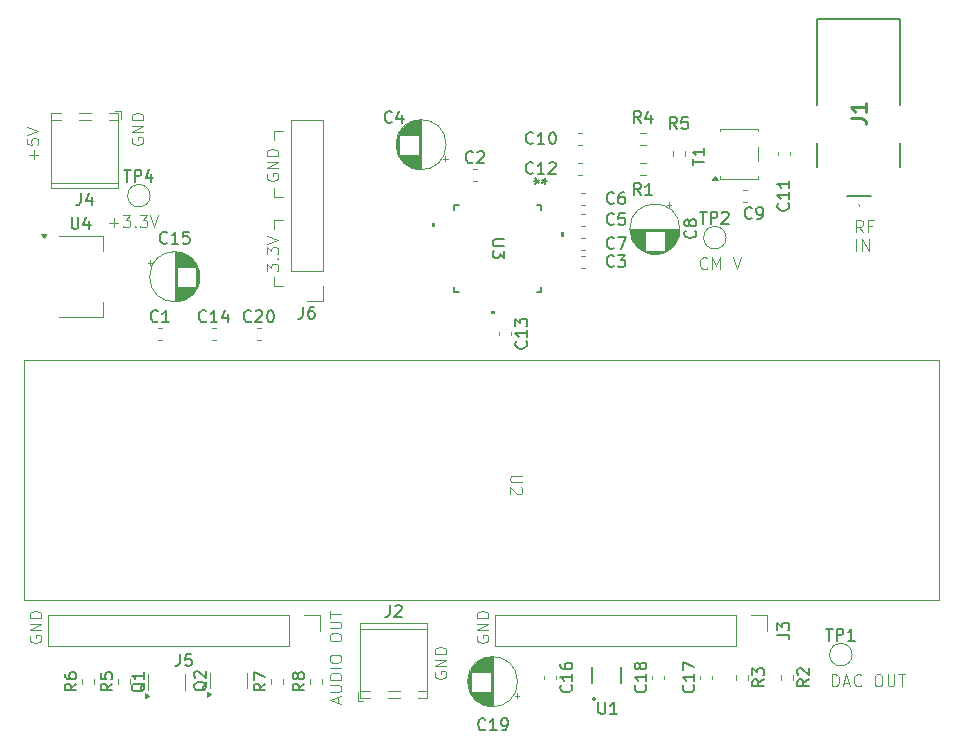
<source format=gbr>
%TF.GenerationSoftware,KiCad,Pcbnew,8.0.1*%
%TF.CreationDate,2024-06-11T21:54:47-04:00*%
%TF.ProjectId,adc_fpga,6164635f-6670-4676-912e-6b696361645f,rev?*%
%TF.SameCoordinates,Original*%
%TF.FileFunction,Legend,Top*%
%TF.FilePolarity,Positive*%
%FSLAX46Y46*%
G04 Gerber Fmt 4.6, Leading zero omitted, Abs format (unit mm)*
G04 Created by KiCad (PCBNEW 8.0.1) date 2024-06-11 21:54:47*
%MOMM*%
%LPD*%
G01*
G04 APERTURE LIST*
%ADD10C,0.100000*%
%ADD11C,0.150000*%
%ADD12C,0.254000*%
%ADD13C,0.120000*%
%ADD14C,0.200000*%
%ADD15C,0.152400*%
%ADD16C,0.000000*%
G04 APERTURE END LIST*
D10*
X100330000Y-96012000D02*
X100330000Y-96774000D01*
X100330000Y-88519000D02*
X100330000Y-89281000D01*
X100330000Y-91948000D02*
X100330000Y-91186000D01*
X100330000Y-91186000D02*
X101092000Y-91186000D01*
X100330000Y-96774000D02*
X101092000Y-96774000D01*
X100330000Y-83693000D02*
X101092000Y-83693000D01*
X100330000Y-89281000D02*
X101092000Y-89281000D01*
X100330000Y-84455000D02*
X100330000Y-83693000D01*
X137019312Y-95281180D02*
X136971693Y-95328800D01*
X136971693Y-95328800D02*
X136828836Y-95376419D01*
X136828836Y-95376419D02*
X136733598Y-95376419D01*
X136733598Y-95376419D02*
X136590741Y-95328800D01*
X136590741Y-95328800D02*
X136495503Y-95233561D01*
X136495503Y-95233561D02*
X136447884Y-95138323D01*
X136447884Y-95138323D02*
X136400265Y-94947847D01*
X136400265Y-94947847D02*
X136400265Y-94804990D01*
X136400265Y-94804990D02*
X136447884Y-94614514D01*
X136447884Y-94614514D02*
X136495503Y-94519276D01*
X136495503Y-94519276D02*
X136590741Y-94424038D01*
X136590741Y-94424038D02*
X136733598Y-94376419D01*
X136733598Y-94376419D02*
X136828836Y-94376419D01*
X136828836Y-94376419D02*
X136971693Y-94424038D01*
X136971693Y-94424038D02*
X137019312Y-94471657D01*
X137447884Y-95376419D02*
X137447884Y-94376419D01*
X137447884Y-94376419D02*
X137781217Y-95090704D01*
X137781217Y-95090704D02*
X138114550Y-94376419D01*
X138114550Y-94376419D02*
X138114550Y-95376419D01*
X139209789Y-94376419D02*
X139543122Y-95376419D01*
X139543122Y-95376419D02*
X139876455Y-94376419D01*
X105758704Y-132077734D02*
X105758704Y-131601544D01*
X106044419Y-132172972D02*
X105044419Y-131839639D01*
X105044419Y-131839639D02*
X106044419Y-131506306D01*
X105044419Y-131172972D02*
X105853942Y-131172972D01*
X105853942Y-131172972D02*
X105949180Y-131125353D01*
X105949180Y-131125353D02*
X105996800Y-131077734D01*
X105996800Y-131077734D02*
X106044419Y-130982496D01*
X106044419Y-130982496D02*
X106044419Y-130792020D01*
X106044419Y-130792020D02*
X105996800Y-130696782D01*
X105996800Y-130696782D02*
X105949180Y-130649163D01*
X105949180Y-130649163D02*
X105853942Y-130601544D01*
X105853942Y-130601544D02*
X105044419Y-130601544D01*
X106044419Y-130125353D02*
X105044419Y-130125353D01*
X105044419Y-130125353D02*
X105044419Y-129887258D01*
X105044419Y-129887258D02*
X105092038Y-129744401D01*
X105092038Y-129744401D02*
X105187276Y-129649163D01*
X105187276Y-129649163D02*
X105282514Y-129601544D01*
X105282514Y-129601544D02*
X105472990Y-129553925D01*
X105472990Y-129553925D02*
X105615847Y-129553925D01*
X105615847Y-129553925D02*
X105806323Y-129601544D01*
X105806323Y-129601544D02*
X105901561Y-129649163D01*
X105901561Y-129649163D02*
X105996800Y-129744401D01*
X105996800Y-129744401D02*
X106044419Y-129887258D01*
X106044419Y-129887258D02*
X106044419Y-130125353D01*
X106044419Y-129125353D02*
X105044419Y-129125353D01*
X105044419Y-128458687D02*
X105044419Y-128268211D01*
X105044419Y-128268211D02*
X105092038Y-128172973D01*
X105092038Y-128172973D02*
X105187276Y-128077735D01*
X105187276Y-128077735D02*
X105377752Y-128030116D01*
X105377752Y-128030116D02*
X105711085Y-128030116D01*
X105711085Y-128030116D02*
X105901561Y-128077735D01*
X105901561Y-128077735D02*
X105996800Y-128172973D01*
X105996800Y-128172973D02*
X106044419Y-128268211D01*
X106044419Y-128268211D02*
X106044419Y-128458687D01*
X106044419Y-128458687D02*
X105996800Y-128553925D01*
X105996800Y-128553925D02*
X105901561Y-128649163D01*
X105901561Y-128649163D02*
X105711085Y-128696782D01*
X105711085Y-128696782D02*
X105377752Y-128696782D01*
X105377752Y-128696782D02*
X105187276Y-128649163D01*
X105187276Y-128649163D02*
X105092038Y-128553925D01*
X105092038Y-128553925D02*
X105044419Y-128458687D01*
X105044419Y-126649163D02*
X105044419Y-126458687D01*
X105044419Y-126458687D02*
X105092038Y-126363449D01*
X105092038Y-126363449D02*
X105187276Y-126268211D01*
X105187276Y-126268211D02*
X105377752Y-126220592D01*
X105377752Y-126220592D02*
X105711085Y-126220592D01*
X105711085Y-126220592D02*
X105901561Y-126268211D01*
X105901561Y-126268211D02*
X105996800Y-126363449D01*
X105996800Y-126363449D02*
X106044419Y-126458687D01*
X106044419Y-126458687D02*
X106044419Y-126649163D01*
X106044419Y-126649163D02*
X105996800Y-126744401D01*
X105996800Y-126744401D02*
X105901561Y-126839639D01*
X105901561Y-126839639D02*
X105711085Y-126887258D01*
X105711085Y-126887258D02*
X105377752Y-126887258D01*
X105377752Y-126887258D02*
X105187276Y-126839639D01*
X105187276Y-126839639D02*
X105092038Y-126744401D01*
X105092038Y-126744401D02*
X105044419Y-126649163D01*
X105044419Y-125792020D02*
X105853942Y-125792020D01*
X105853942Y-125792020D02*
X105949180Y-125744401D01*
X105949180Y-125744401D02*
X105996800Y-125696782D01*
X105996800Y-125696782D02*
X106044419Y-125601544D01*
X106044419Y-125601544D02*
X106044419Y-125411068D01*
X106044419Y-125411068D02*
X105996800Y-125315830D01*
X105996800Y-125315830D02*
X105949180Y-125268211D01*
X105949180Y-125268211D02*
X105853942Y-125220592D01*
X105853942Y-125220592D02*
X105044419Y-125220592D01*
X105044419Y-124887258D02*
X105044419Y-124315830D01*
X106044419Y-124601544D02*
X105044419Y-124601544D01*
X99758038Y-87310306D02*
X99710419Y-87405544D01*
X99710419Y-87405544D02*
X99710419Y-87548401D01*
X99710419Y-87548401D02*
X99758038Y-87691258D01*
X99758038Y-87691258D02*
X99853276Y-87786496D01*
X99853276Y-87786496D02*
X99948514Y-87834115D01*
X99948514Y-87834115D02*
X100138990Y-87881734D01*
X100138990Y-87881734D02*
X100281847Y-87881734D01*
X100281847Y-87881734D02*
X100472323Y-87834115D01*
X100472323Y-87834115D02*
X100567561Y-87786496D01*
X100567561Y-87786496D02*
X100662800Y-87691258D01*
X100662800Y-87691258D02*
X100710419Y-87548401D01*
X100710419Y-87548401D02*
X100710419Y-87453163D01*
X100710419Y-87453163D02*
X100662800Y-87310306D01*
X100662800Y-87310306D02*
X100615180Y-87262687D01*
X100615180Y-87262687D02*
X100281847Y-87262687D01*
X100281847Y-87262687D02*
X100281847Y-87453163D01*
X100710419Y-86834115D02*
X99710419Y-86834115D01*
X99710419Y-86834115D02*
X100710419Y-86262687D01*
X100710419Y-86262687D02*
X99710419Y-86262687D01*
X100710419Y-85786496D02*
X99710419Y-85786496D01*
X99710419Y-85786496D02*
X99710419Y-85548401D01*
X99710419Y-85548401D02*
X99758038Y-85405544D01*
X99758038Y-85405544D02*
X99853276Y-85310306D01*
X99853276Y-85310306D02*
X99948514Y-85262687D01*
X99948514Y-85262687D02*
X100138990Y-85215068D01*
X100138990Y-85215068D02*
X100281847Y-85215068D01*
X100281847Y-85215068D02*
X100472323Y-85262687D01*
X100472323Y-85262687D02*
X100567561Y-85310306D01*
X100567561Y-85310306D02*
X100662800Y-85405544D01*
X100662800Y-85405544D02*
X100710419Y-85548401D01*
X100710419Y-85548401D02*
X100710419Y-85786496D01*
X150227312Y-92242475D02*
X149893979Y-91766284D01*
X149655884Y-92242475D02*
X149655884Y-91242475D01*
X149655884Y-91242475D02*
X150036836Y-91242475D01*
X150036836Y-91242475D02*
X150132074Y-91290094D01*
X150132074Y-91290094D02*
X150179693Y-91337713D01*
X150179693Y-91337713D02*
X150227312Y-91432951D01*
X150227312Y-91432951D02*
X150227312Y-91575808D01*
X150227312Y-91575808D02*
X150179693Y-91671046D01*
X150179693Y-91671046D02*
X150132074Y-91718665D01*
X150132074Y-91718665D02*
X150036836Y-91766284D01*
X150036836Y-91766284D02*
X149655884Y-91766284D01*
X150989217Y-91718665D02*
X150655884Y-91718665D01*
X150655884Y-92242475D02*
X150655884Y-91242475D01*
X150655884Y-91242475D02*
X151132074Y-91242475D01*
X149655884Y-93852419D02*
X149655884Y-92852419D01*
X150132074Y-93852419D02*
X150132074Y-92852419D01*
X150132074Y-92852419D02*
X150703502Y-93852419D01*
X150703502Y-93852419D02*
X150703502Y-92852419D01*
X117538038Y-126426306D02*
X117490419Y-126521544D01*
X117490419Y-126521544D02*
X117490419Y-126664401D01*
X117490419Y-126664401D02*
X117538038Y-126807258D01*
X117538038Y-126807258D02*
X117633276Y-126902496D01*
X117633276Y-126902496D02*
X117728514Y-126950115D01*
X117728514Y-126950115D02*
X117918990Y-126997734D01*
X117918990Y-126997734D02*
X118061847Y-126997734D01*
X118061847Y-126997734D02*
X118252323Y-126950115D01*
X118252323Y-126950115D02*
X118347561Y-126902496D01*
X118347561Y-126902496D02*
X118442800Y-126807258D01*
X118442800Y-126807258D02*
X118490419Y-126664401D01*
X118490419Y-126664401D02*
X118490419Y-126569163D01*
X118490419Y-126569163D02*
X118442800Y-126426306D01*
X118442800Y-126426306D02*
X118395180Y-126378687D01*
X118395180Y-126378687D02*
X118061847Y-126378687D01*
X118061847Y-126378687D02*
X118061847Y-126569163D01*
X118490419Y-125950115D02*
X117490419Y-125950115D01*
X117490419Y-125950115D02*
X118490419Y-125378687D01*
X118490419Y-125378687D02*
X117490419Y-125378687D01*
X118490419Y-124902496D02*
X117490419Y-124902496D01*
X117490419Y-124902496D02*
X117490419Y-124664401D01*
X117490419Y-124664401D02*
X117538038Y-124521544D01*
X117538038Y-124521544D02*
X117633276Y-124426306D01*
X117633276Y-124426306D02*
X117728514Y-124378687D01*
X117728514Y-124378687D02*
X117918990Y-124331068D01*
X117918990Y-124331068D02*
X118061847Y-124331068D01*
X118061847Y-124331068D02*
X118252323Y-124378687D01*
X118252323Y-124378687D02*
X118347561Y-124426306D01*
X118347561Y-124426306D02*
X118442800Y-124521544D01*
X118442800Y-124521544D02*
X118490419Y-124664401D01*
X118490419Y-124664401D02*
X118490419Y-124902496D01*
X88328038Y-84262306D02*
X88280419Y-84357544D01*
X88280419Y-84357544D02*
X88280419Y-84500401D01*
X88280419Y-84500401D02*
X88328038Y-84643258D01*
X88328038Y-84643258D02*
X88423276Y-84738496D01*
X88423276Y-84738496D02*
X88518514Y-84786115D01*
X88518514Y-84786115D02*
X88708990Y-84833734D01*
X88708990Y-84833734D02*
X88851847Y-84833734D01*
X88851847Y-84833734D02*
X89042323Y-84786115D01*
X89042323Y-84786115D02*
X89137561Y-84738496D01*
X89137561Y-84738496D02*
X89232800Y-84643258D01*
X89232800Y-84643258D02*
X89280419Y-84500401D01*
X89280419Y-84500401D02*
X89280419Y-84405163D01*
X89280419Y-84405163D02*
X89232800Y-84262306D01*
X89232800Y-84262306D02*
X89185180Y-84214687D01*
X89185180Y-84214687D02*
X88851847Y-84214687D01*
X88851847Y-84214687D02*
X88851847Y-84405163D01*
X89280419Y-83786115D02*
X88280419Y-83786115D01*
X88280419Y-83786115D02*
X89280419Y-83214687D01*
X89280419Y-83214687D02*
X88280419Y-83214687D01*
X89280419Y-82738496D02*
X88280419Y-82738496D01*
X88280419Y-82738496D02*
X88280419Y-82500401D01*
X88280419Y-82500401D02*
X88328038Y-82357544D01*
X88328038Y-82357544D02*
X88423276Y-82262306D01*
X88423276Y-82262306D02*
X88518514Y-82214687D01*
X88518514Y-82214687D02*
X88708990Y-82167068D01*
X88708990Y-82167068D02*
X88851847Y-82167068D01*
X88851847Y-82167068D02*
X89042323Y-82214687D01*
X89042323Y-82214687D02*
X89137561Y-82262306D01*
X89137561Y-82262306D02*
X89232800Y-82357544D01*
X89232800Y-82357544D02*
X89280419Y-82500401D01*
X89280419Y-82500401D02*
X89280419Y-82738496D01*
X79692038Y-126426306D02*
X79644419Y-126521544D01*
X79644419Y-126521544D02*
X79644419Y-126664401D01*
X79644419Y-126664401D02*
X79692038Y-126807258D01*
X79692038Y-126807258D02*
X79787276Y-126902496D01*
X79787276Y-126902496D02*
X79882514Y-126950115D01*
X79882514Y-126950115D02*
X80072990Y-126997734D01*
X80072990Y-126997734D02*
X80215847Y-126997734D01*
X80215847Y-126997734D02*
X80406323Y-126950115D01*
X80406323Y-126950115D02*
X80501561Y-126902496D01*
X80501561Y-126902496D02*
X80596800Y-126807258D01*
X80596800Y-126807258D02*
X80644419Y-126664401D01*
X80644419Y-126664401D02*
X80644419Y-126569163D01*
X80644419Y-126569163D02*
X80596800Y-126426306D01*
X80596800Y-126426306D02*
X80549180Y-126378687D01*
X80549180Y-126378687D02*
X80215847Y-126378687D01*
X80215847Y-126378687D02*
X80215847Y-126569163D01*
X80644419Y-125950115D02*
X79644419Y-125950115D01*
X79644419Y-125950115D02*
X80644419Y-125378687D01*
X80644419Y-125378687D02*
X79644419Y-125378687D01*
X80644419Y-124902496D02*
X79644419Y-124902496D01*
X79644419Y-124902496D02*
X79644419Y-124664401D01*
X79644419Y-124664401D02*
X79692038Y-124521544D01*
X79692038Y-124521544D02*
X79787276Y-124426306D01*
X79787276Y-124426306D02*
X79882514Y-124378687D01*
X79882514Y-124378687D02*
X80072990Y-124331068D01*
X80072990Y-124331068D02*
X80215847Y-124331068D01*
X80215847Y-124331068D02*
X80406323Y-124378687D01*
X80406323Y-124378687D02*
X80501561Y-124426306D01*
X80501561Y-124426306D02*
X80596800Y-124521544D01*
X80596800Y-124521544D02*
X80644419Y-124664401D01*
X80644419Y-124664401D02*
X80644419Y-124902496D01*
X80009466Y-86056115D02*
X80009466Y-85294211D01*
X80390419Y-85675163D02*
X79628514Y-85675163D01*
X79390419Y-84341830D02*
X79390419Y-84818020D01*
X79390419Y-84818020D02*
X79866609Y-84865639D01*
X79866609Y-84865639D02*
X79818990Y-84818020D01*
X79818990Y-84818020D02*
X79771371Y-84722782D01*
X79771371Y-84722782D02*
X79771371Y-84484687D01*
X79771371Y-84484687D02*
X79818990Y-84389449D01*
X79818990Y-84389449D02*
X79866609Y-84341830D01*
X79866609Y-84341830D02*
X79961847Y-84294211D01*
X79961847Y-84294211D02*
X80199942Y-84294211D01*
X80199942Y-84294211D02*
X80295180Y-84341830D01*
X80295180Y-84341830D02*
X80342800Y-84389449D01*
X80342800Y-84389449D02*
X80390419Y-84484687D01*
X80390419Y-84484687D02*
X80390419Y-84722782D01*
X80390419Y-84722782D02*
X80342800Y-84818020D01*
X80342800Y-84818020D02*
X80295180Y-84865639D01*
X79390419Y-84008496D02*
X80390419Y-83675163D01*
X80390419Y-83675163D02*
X79390419Y-83341830D01*
X113982038Y-129474306D02*
X113934419Y-129569544D01*
X113934419Y-129569544D02*
X113934419Y-129712401D01*
X113934419Y-129712401D02*
X113982038Y-129855258D01*
X113982038Y-129855258D02*
X114077276Y-129950496D01*
X114077276Y-129950496D02*
X114172514Y-129998115D01*
X114172514Y-129998115D02*
X114362990Y-130045734D01*
X114362990Y-130045734D02*
X114505847Y-130045734D01*
X114505847Y-130045734D02*
X114696323Y-129998115D01*
X114696323Y-129998115D02*
X114791561Y-129950496D01*
X114791561Y-129950496D02*
X114886800Y-129855258D01*
X114886800Y-129855258D02*
X114934419Y-129712401D01*
X114934419Y-129712401D02*
X114934419Y-129617163D01*
X114934419Y-129617163D02*
X114886800Y-129474306D01*
X114886800Y-129474306D02*
X114839180Y-129426687D01*
X114839180Y-129426687D02*
X114505847Y-129426687D01*
X114505847Y-129426687D02*
X114505847Y-129617163D01*
X114934419Y-128998115D02*
X113934419Y-128998115D01*
X113934419Y-128998115D02*
X114934419Y-128426687D01*
X114934419Y-128426687D02*
X113934419Y-128426687D01*
X114934419Y-127950496D02*
X113934419Y-127950496D01*
X113934419Y-127950496D02*
X113934419Y-127712401D01*
X113934419Y-127712401D02*
X113982038Y-127569544D01*
X113982038Y-127569544D02*
X114077276Y-127474306D01*
X114077276Y-127474306D02*
X114172514Y-127426687D01*
X114172514Y-127426687D02*
X114362990Y-127379068D01*
X114362990Y-127379068D02*
X114505847Y-127379068D01*
X114505847Y-127379068D02*
X114696323Y-127426687D01*
X114696323Y-127426687D02*
X114791561Y-127474306D01*
X114791561Y-127474306D02*
X114886800Y-127569544D01*
X114886800Y-127569544D02*
X114934419Y-127712401D01*
X114934419Y-127712401D02*
X114934419Y-127950496D01*
X99710419Y-95549353D02*
X99710419Y-94930306D01*
X99710419Y-94930306D02*
X100091371Y-95263639D01*
X100091371Y-95263639D02*
X100091371Y-95120782D01*
X100091371Y-95120782D02*
X100138990Y-95025544D01*
X100138990Y-95025544D02*
X100186609Y-94977925D01*
X100186609Y-94977925D02*
X100281847Y-94930306D01*
X100281847Y-94930306D02*
X100519942Y-94930306D01*
X100519942Y-94930306D02*
X100615180Y-94977925D01*
X100615180Y-94977925D02*
X100662800Y-95025544D01*
X100662800Y-95025544D02*
X100710419Y-95120782D01*
X100710419Y-95120782D02*
X100710419Y-95406496D01*
X100710419Y-95406496D02*
X100662800Y-95501734D01*
X100662800Y-95501734D02*
X100615180Y-95549353D01*
X100615180Y-94501734D02*
X100662800Y-94454115D01*
X100662800Y-94454115D02*
X100710419Y-94501734D01*
X100710419Y-94501734D02*
X100662800Y-94549353D01*
X100662800Y-94549353D02*
X100615180Y-94501734D01*
X100615180Y-94501734D02*
X100710419Y-94501734D01*
X99710419Y-94120782D02*
X99710419Y-93501735D01*
X99710419Y-93501735D02*
X100091371Y-93835068D01*
X100091371Y-93835068D02*
X100091371Y-93692211D01*
X100091371Y-93692211D02*
X100138990Y-93596973D01*
X100138990Y-93596973D02*
X100186609Y-93549354D01*
X100186609Y-93549354D02*
X100281847Y-93501735D01*
X100281847Y-93501735D02*
X100519942Y-93501735D01*
X100519942Y-93501735D02*
X100615180Y-93549354D01*
X100615180Y-93549354D02*
X100662800Y-93596973D01*
X100662800Y-93596973D02*
X100710419Y-93692211D01*
X100710419Y-93692211D02*
X100710419Y-93977925D01*
X100710419Y-93977925D02*
X100662800Y-94073163D01*
X100662800Y-94073163D02*
X100615180Y-94120782D01*
X99710419Y-93216020D02*
X100710419Y-92882687D01*
X100710419Y-92882687D02*
X99710419Y-92549354D01*
X86409884Y-91439466D02*
X87171789Y-91439466D01*
X86790836Y-91820419D02*
X86790836Y-91058514D01*
X87552741Y-90820419D02*
X88171788Y-90820419D01*
X88171788Y-90820419D02*
X87838455Y-91201371D01*
X87838455Y-91201371D02*
X87981312Y-91201371D01*
X87981312Y-91201371D02*
X88076550Y-91248990D01*
X88076550Y-91248990D02*
X88124169Y-91296609D01*
X88124169Y-91296609D02*
X88171788Y-91391847D01*
X88171788Y-91391847D02*
X88171788Y-91629942D01*
X88171788Y-91629942D02*
X88124169Y-91725180D01*
X88124169Y-91725180D02*
X88076550Y-91772800D01*
X88076550Y-91772800D02*
X87981312Y-91820419D01*
X87981312Y-91820419D02*
X87695598Y-91820419D01*
X87695598Y-91820419D02*
X87600360Y-91772800D01*
X87600360Y-91772800D02*
X87552741Y-91725180D01*
X88600360Y-91725180D02*
X88647979Y-91772800D01*
X88647979Y-91772800D02*
X88600360Y-91820419D01*
X88600360Y-91820419D02*
X88552741Y-91772800D01*
X88552741Y-91772800D02*
X88600360Y-91725180D01*
X88600360Y-91725180D02*
X88600360Y-91820419D01*
X88981312Y-90820419D02*
X89600359Y-90820419D01*
X89600359Y-90820419D02*
X89267026Y-91201371D01*
X89267026Y-91201371D02*
X89409883Y-91201371D01*
X89409883Y-91201371D02*
X89505121Y-91248990D01*
X89505121Y-91248990D02*
X89552740Y-91296609D01*
X89552740Y-91296609D02*
X89600359Y-91391847D01*
X89600359Y-91391847D02*
X89600359Y-91629942D01*
X89600359Y-91629942D02*
X89552740Y-91725180D01*
X89552740Y-91725180D02*
X89505121Y-91772800D01*
X89505121Y-91772800D02*
X89409883Y-91820419D01*
X89409883Y-91820419D02*
X89124169Y-91820419D01*
X89124169Y-91820419D02*
X89028931Y-91772800D01*
X89028931Y-91772800D02*
X88981312Y-91725180D01*
X89886074Y-90820419D02*
X90219407Y-91820419D01*
X90219407Y-91820419D02*
X90552740Y-90820419D01*
X147623884Y-130682419D02*
X147623884Y-129682419D01*
X147623884Y-129682419D02*
X147861979Y-129682419D01*
X147861979Y-129682419D02*
X148004836Y-129730038D01*
X148004836Y-129730038D02*
X148100074Y-129825276D01*
X148100074Y-129825276D02*
X148147693Y-129920514D01*
X148147693Y-129920514D02*
X148195312Y-130110990D01*
X148195312Y-130110990D02*
X148195312Y-130253847D01*
X148195312Y-130253847D02*
X148147693Y-130444323D01*
X148147693Y-130444323D02*
X148100074Y-130539561D01*
X148100074Y-130539561D02*
X148004836Y-130634800D01*
X148004836Y-130634800D02*
X147861979Y-130682419D01*
X147861979Y-130682419D02*
X147623884Y-130682419D01*
X148576265Y-130396704D02*
X149052455Y-130396704D01*
X148481027Y-130682419D02*
X148814360Y-129682419D01*
X148814360Y-129682419D02*
X149147693Y-130682419D01*
X150052455Y-130587180D02*
X150004836Y-130634800D01*
X150004836Y-130634800D02*
X149861979Y-130682419D01*
X149861979Y-130682419D02*
X149766741Y-130682419D01*
X149766741Y-130682419D02*
X149623884Y-130634800D01*
X149623884Y-130634800D02*
X149528646Y-130539561D01*
X149528646Y-130539561D02*
X149481027Y-130444323D01*
X149481027Y-130444323D02*
X149433408Y-130253847D01*
X149433408Y-130253847D02*
X149433408Y-130110990D01*
X149433408Y-130110990D02*
X149481027Y-129920514D01*
X149481027Y-129920514D02*
X149528646Y-129825276D01*
X149528646Y-129825276D02*
X149623884Y-129730038D01*
X149623884Y-129730038D02*
X149766741Y-129682419D01*
X149766741Y-129682419D02*
X149861979Y-129682419D01*
X149861979Y-129682419D02*
X150004836Y-129730038D01*
X150004836Y-129730038D02*
X150052455Y-129777657D01*
X151433408Y-129682419D02*
X151623884Y-129682419D01*
X151623884Y-129682419D02*
X151719122Y-129730038D01*
X151719122Y-129730038D02*
X151814360Y-129825276D01*
X151814360Y-129825276D02*
X151861979Y-130015752D01*
X151861979Y-130015752D02*
X151861979Y-130349085D01*
X151861979Y-130349085D02*
X151814360Y-130539561D01*
X151814360Y-130539561D02*
X151719122Y-130634800D01*
X151719122Y-130634800D02*
X151623884Y-130682419D01*
X151623884Y-130682419D02*
X151433408Y-130682419D01*
X151433408Y-130682419D02*
X151338170Y-130634800D01*
X151338170Y-130634800D02*
X151242932Y-130539561D01*
X151242932Y-130539561D02*
X151195313Y-130349085D01*
X151195313Y-130349085D02*
X151195313Y-130015752D01*
X151195313Y-130015752D02*
X151242932Y-129825276D01*
X151242932Y-129825276D02*
X151338170Y-129730038D01*
X151338170Y-129730038D02*
X151433408Y-129682419D01*
X152290551Y-129682419D02*
X152290551Y-130491942D01*
X152290551Y-130491942D02*
X152338170Y-130587180D01*
X152338170Y-130587180D02*
X152385789Y-130634800D01*
X152385789Y-130634800D02*
X152481027Y-130682419D01*
X152481027Y-130682419D02*
X152671503Y-130682419D01*
X152671503Y-130682419D02*
X152766741Y-130634800D01*
X152766741Y-130634800D02*
X152814360Y-130587180D01*
X152814360Y-130587180D02*
X152861979Y-130491942D01*
X152861979Y-130491942D02*
X152861979Y-129682419D01*
X153195313Y-129682419D02*
X153766741Y-129682419D01*
X153481027Y-130682419D02*
X153481027Y-129682419D01*
D11*
X143869580Y-89796857D02*
X143917200Y-89844476D01*
X143917200Y-89844476D02*
X143964819Y-89987333D01*
X143964819Y-89987333D02*
X143964819Y-90082571D01*
X143964819Y-90082571D02*
X143917200Y-90225428D01*
X143917200Y-90225428D02*
X143821961Y-90320666D01*
X143821961Y-90320666D02*
X143726723Y-90368285D01*
X143726723Y-90368285D02*
X143536247Y-90415904D01*
X143536247Y-90415904D02*
X143393390Y-90415904D01*
X143393390Y-90415904D02*
X143202914Y-90368285D01*
X143202914Y-90368285D02*
X143107676Y-90320666D01*
X143107676Y-90320666D02*
X143012438Y-90225428D01*
X143012438Y-90225428D02*
X142964819Y-90082571D01*
X142964819Y-90082571D02*
X142964819Y-89987333D01*
X142964819Y-89987333D02*
X143012438Y-89844476D01*
X143012438Y-89844476D02*
X143060057Y-89796857D01*
X143964819Y-88844476D02*
X143964819Y-89415904D01*
X143964819Y-89130190D02*
X142964819Y-89130190D01*
X142964819Y-89130190D02*
X143107676Y-89225428D01*
X143107676Y-89225428D02*
X143202914Y-89320666D01*
X143202914Y-89320666D02*
X143250533Y-89415904D01*
X143964819Y-87892095D02*
X143964819Y-88463523D01*
X143964819Y-88177809D02*
X142964819Y-88177809D01*
X142964819Y-88177809D02*
X143107676Y-88273047D01*
X143107676Y-88273047D02*
X143202914Y-88368285D01*
X143202914Y-88368285D02*
X143250533Y-88463523D01*
X135835580Y-130586857D02*
X135883200Y-130634476D01*
X135883200Y-130634476D02*
X135930819Y-130777333D01*
X135930819Y-130777333D02*
X135930819Y-130872571D01*
X135930819Y-130872571D02*
X135883200Y-131015428D01*
X135883200Y-131015428D02*
X135787961Y-131110666D01*
X135787961Y-131110666D02*
X135692723Y-131158285D01*
X135692723Y-131158285D02*
X135502247Y-131205904D01*
X135502247Y-131205904D02*
X135359390Y-131205904D01*
X135359390Y-131205904D02*
X135168914Y-131158285D01*
X135168914Y-131158285D02*
X135073676Y-131110666D01*
X135073676Y-131110666D02*
X134978438Y-131015428D01*
X134978438Y-131015428D02*
X134930819Y-130872571D01*
X134930819Y-130872571D02*
X134930819Y-130777333D01*
X134930819Y-130777333D02*
X134978438Y-130634476D01*
X134978438Y-130634476D02*
X135026057Y-130586857D01*
X135930819Y-129634476D02*
X135930819Y-130205904D01*
X135930819Y-129920190D02*
X134930819Y-129920190D01*
X134930819Y-129920190D02*
X135073676Y-130015428D01*
X135073676Y-130015428D02*
X135168914Y-130110666D01*
X135168914Y-130110666D02*
X135216533Y-130205904D01*
X134930819Y-129301142D02*
X134930819Y-128634476D01*
X134930819Y-128634476D02*
X135930819Y-129063047D01*
X140803333Y-91037580D02*
X140755714Y-91085200D01*
X140755714Y-91085200D02*
X140612857Y-91132819D01*
X140612857Y-91132819D02*
X140517619Y-91132819D01*
X140517619Y-91132819D02*
X140374762Y-91085200D01*
X140374762Y-91085200D02*
X140279524Y-90989961D01*
X140279524Y-90989961D02*
X140231905Y-90894723D01*
X140231905Y-90894723D02*
X140184286Y-90704247D01*
X140184286Y-90704247D02*
X140184286Y-90561390D01*
X140184286Y-90561390D02*
X140231905Y-90370914D01*
X140231905Y-90370914D02*
X140279524Y-90275676D01*
X140279524Y-90275676D02*
X140374762Y-90180438D01*
X140374762Y-90180438D02*
X140517619Y-90132819D01*
X140517619Y-90132819D02*
X140612857Y-90132819D01*
X140612857Y-90132819D02*
X140755714Y-90180438D01*
X140755714Y-90180438D02*
X140803333Y-90228057D01*
X141279524Y-91132819D02*
X141470000Y-91132819D01*
X141470000Y-91132819D02*
X141565238Y-91085200D01*
X141565238Y-91085200D02*
X141612857Y-91037580D01*
X141612857Y-91037580D02*
X141708095Y-90894723D01*
X141708095Y-90894723D02*
X141755714Y-90704247D01*
X141755714Y-90704247D02*
X141755714Y-90323295D01*
X141755714Y-90323295D02*
X141708095Y-90228057D01*
X141708095Y-90228057D02*
X141660476Y-90180438D01*
X141660476Y-90180438D02*
X141565238Y-90132819D01*
X141565238Y-90132819D02*
X141374762Y-90132819D01*
X141374762Y-90132819D02*
X141279524Y-90180438D01*
X141279524Y-90180438D02*
X141231905Y-90228057D01*
X141231905Y-90228057D02*
X141184286Y-90323295D01*
X141184286Y-90323295D02*
X141184286Y-90561390D01*
X141184286Y-90561390D02*
X141231905Y-90656628D01*
X141231905Y-90656628D02*
X141279524Y-90704247D01*
X141279524Y-90704247D02*
X141374762Y-90751866D01*
X141374762Y-90751866D02*
X141565238Y-90751866D01*
X141565238Y-90751866D02*
X141660476Y-90704247D01*
X141660476Y-90704247D02*
X141708095Y-90656628D01*
X141708095Y-90656628D02*
X141755714Y-90561390D01*
X129119333Y-93577580D02*
X129071714Y-93625200D01*
X129071714Y-93625200D02*
X128928857Y-93672819D01*
X128928857Y-93672819D02*
X128833619Y-93672819D01*
X128833619Y-93672819D02*
X128690762Y-93625200D01*
X128690762Y-93625200D02*
X128595524Y-93529961D01*
X128595524Y-93529961D02*
X128547905Y-93434723D01*
X128547905Y-93434723D02*
X128500286Y-93244247D01*
X128500286Y-93244247D02*
X128500286Y-93101390D01*
X128500286Y-93101390D02*
X128547905Y-92910914D01*
X128547905Y-92910914D02*
X128595524Y-92815676D01*
X128595524Y-92815676D02*
X128690762Y-92720438D01*
X128690762Y-92720438D02*
X128833619Y-92672819D01*
X128833619Y-92672819D02*
X128928857Y-92672819D01*
X128928857Y-92672819D02*
X129071714Y-92720438D01*
X129071714Y-92720438D02*
X129119333Y-92768057D01*
X129452667Y-92672819D02*
X130119333Y-92672819D01*
X130119333Y-92672819D02*
X129690762Y-93672819D01*
X136406095Y-90516819D02*
X136977523Y-90516819D01*
X136691809Y-91516819D02*
X136691809Y-90516819D01*
X137310857Y-91516819D02*
X137310857Y-90516819D01*
X137310857Y-90516819D02*
X137691809Y-90516819D01*
X137691809Y-90516819D02*
X137787047Y-90564438D01*
X137787047Y-90564438D02*
X137834666Y-90612057D01*
X137834666Y-90612057D02*
X137882285Y-90707295D01*
X137882285Y-90707295D02*
X137882285Y-90850152D01*
X137882285Y-90850152D02*
X137834666Y-90945390D01*
X137834666Y-90945390D02*
X137787047Y-90993009D01*
X137787047Y-90993009D02*
X137691809Y-91040628D01*
X137691809Y-91040628D02*
X137310857Y-91040628D01*
X138263238Y-90612057D02*
X138310857Y-90564438D01*
X138310857Y-90564438D02*
X138406095Y-90516819D01*
X138406095Y-90516819D02*
X138644190Y-90516819D01*
X138644190Y-90516819D02*
X138739428Y-90564438D01*
X138739428Y-90564438D02*
X138787047Y-90612057D01*
X138787047Y-90612057D02*
X138834666Y-90707295D01*
X138834666Y-90707295D02*
X138834666Y-90802533D01*
X138834666Y-90802533D02*
X138787047Y-90945390D01*
X138787047Y-90945390D02*
X138215619Y-91516819D01*
X138215619Y-91516819D02*
X138834666Y-91516819D01*
X118240543Y-134321581D02*
X118192924Y-134369201D01*
X118192924Y-134369201D02*
X118050067Y-134416820D01*
X118050067Y-134416820D02*
X117954829Y-134416820D01*
X117954829Y-134416820D02*
X117811972Y-134369201D01*
X117811972Y-134369201D02*
X117716734Y-134273962D01*
X117716734Y-134273962D02*
X117669115Y-134178724D01*
X117669115Y-134178724D02*
X117621496Y-133988248D01*
X117621496Y-133988248D02*
X117621496Y-133845391D01*
X117621496Y-133845391D02*
X117669115Y-133654915D01*
X117669115Y-133654915D02*
X117716734Y-133559677D01*
X117716734Y-133559677D02*
X117811972Y-133464439D01*
X117811972Y-133464439D02*
X117954829Y-133416820D01*
X117954829Y-133416820D02*
X118050067Y-133416820D01*
X118050067Y-133416820D02*
X118192924Y-133464439D01*
X118192924Y-133464439D02*
X118240543Y-133512058D01*
X119192924Y-134416820D02*
X118621496Y-134416820D01*
X118907210Y-134416820D02*
X118907210Y-133416820D01*
X118907210Y-133416820D02*
X118811972Y-133559677D01*
X118811972Y-133559677D02*
X118716734Y-133654915D01*
X118716734Y-133654915D02*
X118621496Y-133702534D01*
X119669115Y-134416820D02*
X119859591Y-134416820D01*
X119859591Y-134416820D02*
X119954829Y-134369201D01*
X119954829Y-134369201D02*
X120002448Y-134321581D01*
X120002448Y-134321581D02*
X120097686Y-134178724D01*
X120097686Y-134178724D02*
X120145305Y-133988248D01*
X120145305Y-133988248D02*
X120145305Y-133607296D01*
X120145305Y-133607296D02*
X120097686Y-133512058D01*
X120097686Y-133512058D02*
X120050067Y-133464439D01*
X120050067Y-133464439D02*
X119954829Y-133416820D01*
X119954829Y-133416820D02*
X119764353Y-133416820D01*
X119764353Y-133416820D02*
X119669115Y-133464439D01*
X119669115Y-133464439D02*
X119621496Y-133512058D01*
X119621496Y-133512058D02*
X119573877Y-133607296D01*
X119573877Y-133607296D02*
X119573877Y-133845391D01*
X119573877Y-133845391D02*
X119621496Y-133940629D01*
X119621496Y-133940629D02*
X119669115Y-133988248D01*
X119669115Y-133988248D02*
X119764353Y-134035867D01*
X119764353Y-134035867D02*
X119954829Y-134035867D01*
X119954829Y-134035867D02*
X120050067Y-133988248D01*
X120050067Y-133988248D02*
X120097686Y-133940629D01*
X120097686Y-133940629D02*
X120145305Y-133845391D01*
X142964819Y-126317333D02*
X143679104Y-126317333D01*
X143679104Y-126317333D02*
X143821961Y-126364952D01*
X143821961Y-126364952D02*
X143917200Y-126460190D01*
X143917200Y-126460190D02*
X143964819Y-126603047D01*
X143964819Y-126603047D02*
X143964819Y-126698285D01*
X142964819Y-125936380D02*
X142964819Y-125317333D01*
X142964819Y-125317333D02*
X143345771Y-125650666D01*
X143345771Y-125650666D02*
X143345771Y-125507809D01*
X143345771Y-125507809D02*
X143393390Y-125412571D01*
X143393390Y-125412571D02*
X143441009Y-125364952D01*
X143441009Y-125364952D02*
X143536247Y-125317333D01*
X143536247Y-125317333D02*
X143774342Y-125317333D01*
X143774342Y-125317333D02*
X143869580Y-125364952D01*
X143869580Y-125364952D02*
X143917200Y-125412571D01*
X143917200Y-125412571D02*
X143964819Y-125507809D01*
X143964819Y-125507809D02*
X143964819Y-125793523D01*
X143964819Y-125793523D02*
X143917200Y-125888761D01*
X143917200Y-125888761D02*
X143869580Y-125936380D01*
X141838819Y-130110666D02*
X141362628Y-130443999D01*
X141838819Y-130682094D02*
X140838819Y-130682094D01*
X140838819Y-130682094D02*
X140838819Y-130301142D01*
X140838819Y-130301142D02*
X140886438Y-130205904D01*
X140886438Y-130205904D02*
X140934057Y-130158285D01*
X140934057Y-130158285D02*
X141029295Y-130110666D01*
X141029295Y-130110666D02*
X141172152Y-130110666D01*
X141172152Y-130110666D02*
X141267390Y-130158285D01*
X141267390Y-130158285D02*
X141315009Y-130205904D01*
X141315009Y-130205904D02*
X141362628Y-130301142D01*
X141362628Y-130301142D02*
X141362628Y-130682094D01*
X140838819Y-129777332D02*
X140838819Y-129158285D01*
X140838819Y-129158285D02*
X141219771Y-129491618D01*
X141219771Y-129491618D02*
X141219771Y-129348761D01*
X141219771Y-129348761D02*
X141267390Y-129253523D01*
X141267390Y-129253523D02*
X141315009Y-129205904D01*
X141315009Y-129205904D02*
X141410247Y-129158285D01*
X141410247Y-129158285D02*
X141648342Y-129158285D01*
X141648342Y-129158285D02*
X141743580Y-129205904D01*
X141743580Y-129205904D02*
X141791200Y-129253523D01*
X141791200Y-129253523D02*
X141838819Y-129348761D01*
X141838819Y-129348761D02*
X141838819Y-129634475D01*
X141838819Y-129634475D02*
X141791200Y-129729713D01*
X141791200Y-129729713D02*
X141743580Y-129777332D01*
D10*
X121347580Y-112848095D02*
X120538057Y-112848095D01*
X120538057Y-112848095D02*
X120442819Y-112895714D01*
X120442819Y-112895714D02*
X120395200Y-112943333D01*
X120395200Y-112943333D02*
X120347580Y-113038571D01*
X120347580Y-113038571D02*
X120347580Y-113229047D01*
X120347580Y-113229047D02*
X120395200Y-113324285D01*
X120395200Y-113324285D02*
X120442819Y-113371904D01*
X120442819Y-113371904D02*
X120538057Y-113419523D01*
X120538057Y-113419523D02*
X121347580Y-113419523D01*
X121252342Y-113848095D02*
X121299961Y-113895714D01*
X121299961Y-113895714D02*
X121347580Y-113990952D01*
X121347580Y-113990952D02*
X121347580Y-114229047D01*
X121347580Y-114229047D02*
X121299961Y-114324285D01*
X121299961Y-114324285D02*
X121252342Y-114371904D01*
X121252342Y-114371904D02*
X121157104Y-114419523D01*
X121157104Y-114419523D02*
X121061866Y-114419523D01*
X121061866Y-114419523D02*
X120919009Y-114371904D01*
X120919009Y-114371904D02*
X120347580Y-113800476D01*
X120347580Y-113800476D02*
X120347580Y-114419523D01*
D11*
X147074095Y-125822819D02*
X147645523Y-125822819D01*
X147359809Y-126822819D02*
X147359809Y-125822819D01*
X147978857Y-126822819D02*
X147978857Y-125822819D01*
X147978857Y-125822819D02*
X148359809Y-125822819D01*
X148359809Y-125822819D02*
X148455047Y-125870438D01*
X148455047Y-125870438D02*
X148502666Y-125918057D01*
X148502666Y-125918057D02*
X148550285Y-126013295D01*
X148550285Y-126013295D02*
X148550285Y-126156152D01*
X148550285Y-126156152D02*
X148502666Y-126251390D01*
X148502666Y-126251390D02*
X148455047Y-126299009D01*
X148455047Y-126299009D02*
X148359809Y-126346628D01*
X148359809Y-126346628D02*
X147978857Y-126346628D01*
X149502666Y-126822819D02*
X148931238Y-126822819D01*
X149216952Y-126822819D02*
X149216952Y-125822819D01*
X149216952Y-125822819D02*
X149121714Y-125965676D01*
X149121714Y-125965676D02*
X149026476Y-126060914D01*
X149026476Y-126060914D02*
X148931238Y-126108533D01*
X94607142Y-99767580D02*
X94559523Y-99815200D01*
X94559523Y-99815200D02*
X94416666Y-99862819D01*
X94416666Y-99862819D02*
X94321428Y-99862819D01*
X94321428Y-99862819D02*
X94178571Y-99815200D01*
X94178571Y-99815200D02*
X94083333Y-99719961D01*
X94083333Y-99719961D02*
X94035714Y-99624723D01*
X94035714Y-99624723D02*
X93988095Y-99434247D01*
X93988095Y-99434247D02*
X93988095Y-99291390D01*
X93988095Y-99291390D02*
X94035714Y-99100914D01*
X94035714Y-99100914D02*
X94083333Y-99005676D01*
X94083333Y-99005676D02*
X94178571Y-98910438D01*
X94178571Y-98910438D02*
X94321428Y-98862819D01*
X94321428Y-98862819D02*
X94416666Y-98862819D01*
X94416666Y-98862819D02*
X94559523Y-98910438D01*
X94559523Y-98910438D02*
X94607142Y-98958057D01*
X95559523Y-99862819D02*
X94988095Y-99862819D01*
X95273809Y-99862819D02*
X95273809Y-98862819D01*
X95273809Y-98862819D02*
X95178571Y-99005676D01*
X95178571Y-99005676D02*
X95083333Y-99100914D01*
X95083333Y-99100914D02*
X94988095Y-99148533D01*
X96416666Y-99196152D02*
X96416666Y-99862819D01*
X96178571Y-98815200D02*
X95940476Y-99529485D01*
X95940476Y-99529485D02*
X96559523Y-99529485D01*
X90511333Y-99767580D02*
X90463714Y-99815200D01*
X90463714Y-99815200D02*
X90320857Y-99862819D01*
X90320857Y-99862819D02*
X90225619Y-99862819D01*
X90225619Y-99862819D02*
X90082762Y-99815200D01*
X90082762Y-99815200D02*
X89987524Y-99719961D01*
X89987524Y-99719961D02*
X89939905Y-99624723D01*
X89939905Y-99624723D02*
X89892286Y-99434247D01*
X89892286Y-99434247D02*
X89892286Y-99291390D01*
X89892286Y-99291390D02*
X89939905Y-99100914D01*
X89939905Y-99100914D02*
X89987524Y-99005676D01*
X89987524Y-99005676D02*
X90082762Y-98910438D01*
X90082762Y-98910438D02*
X90225619Y-98862819D01*
X90225619Y-98862819D02*
X90320857Y-98862819D01*
X90320857Y-98862819D02*
X90463714Y-98910438D01*
X90463714Y-98910438D02*
X90511333Y-98958057D01*
X91463714Y-99862819D02*
X90892286Y-99862819D01*
X91178000Y-99862819D02*
X91178000Y-98862819D01*
X91178000Y-98862819D02*
X91082762Y-99005676D01*
X91082762Y-99005676D02*
X90987524Y-99100914D01*
X90987524Y-99100914D02*
X90892286Y-99148533D01*
X83210095Y-90966819D02*
X83210095Y-91776342D01*
X83210095Y-91776342D02*
X83257714Y-91871580D01*
X83257714Y-91871580D02*
X83305333Y-91919200D01*
X83305333Y-91919200D02*
X83400571Y-91966819D01*
X83400571Y-91966819D02*
X83591047Y-91966819D01*
X83591047Y-91966819D02*
X83686285Y-91919200D01*
X83686285Y-91919200D02*
X83733904Y-91871580D01*
X83733904Y-91871580D02*
X83781523Y-91776342D01*
X83781523Y-91776342D02*
X83781523Y-90966819D01*
X84686285Y-91300152D02*
X84686285Y-91966819D01*
X84448190Y-90919200D02*
X84210095Y-91633485D01*
X84210095Y-91633485D02*
X84829142Y-91633485D01*
X117181333Y-86305580D02*
X117133714Y-86353200D01*
X117133714Y-86353200D02*
X116990857Y-86400819D01*
X116990857Y-86400819D02*
X116895619Y-86400819D01*
X116895619Y-86400819D02*
X116752762Y-86353200D01*
X116752762Y-86353200D02*
X116657524Y-86257961D01*
X116657524Y-86257961D02*
X116609905Y-86162723D01*
X116609905Y-86162723D02*
X116562286Y-85972247D01*
X116562286Y-85972247D02*
X116562286Y-85829390D01*
X116562286Y-85829390D02*
X116609905Y-85638914D01*
X116609905Y-85638914D02*
X116657524Y-85543676D01*
X116657524Y-85543676D02*
X116752762Y-85448438D01*
X116752762Y-85448438D02*
X116895619Y-85400819D01*
X116895619Y-85400819D02*
X116990857Y-85400819D01*
X116990857Y-85400819D02*
X117133714Y-85448438D01*
X117133714Y-85448438D02*
X117181333Y-85496057D01*
X117562286Y-85496057D02*
X117609905Y-85448438D01*
X117609905Y-85448438D02*
X117705143Y-85400819D01*
X117705143Y-85400819D02*
X117943238Y-85400819D01*
X117943238Y-85400819D02*
X118038476Y-85448438D01*
X118038476Y-85448438D02*
X118086095Y-85496057D01*
X118086095Y-85496057D02*
X118133714Y-85591295D01*
X118133714Y-85591295D02*
X118133714Y-85686533D01*
X118133714Y-85686533D02*
X118086095Y-85829390D01*
X118086095Y-85829390D02*
X117514667Y-86400819D01*
X117514667Y-86400819D02*
X118133714Y-86400819D01*
X129119333Y-91545580D02*
X129071714Y-91593200D01*
X129071714Y-91593200D02*
X128928857Y-91640819D01*
X128928857Y-91640819D02*
X128833619Y-91640819D01*
X128833619Y-91640819D02*
X128690762Y-91593200D01*
X128690762Y-91593200D02*
X128595524Y-91497961D01*
X128595524Y-91497961D02*
X128547905Y-91402723D01*
X128547905Y-91402723D02*
X128500286Y-91212247D01*
X128500286Y-91212247D02*
X128500286Y-91069390D01*
X128500286Y-91069390D02*
X128547905Y-90878914D01*
X128547905Y-90878914D02*
X128595524Y-90783676D01*
X128595524Y-90783676D02*
X128690762Y-90688438D01*
X128690762Y-90688438D02*
X128833619Y-90640819D01*
X128833619Y-90640819D02*
X128928857Y-90640819D01*
X128928857Y-90640819D02*
X129071714Y-90688438D01*
X129071714Y-90688438D02*
X129119333Y-90736057D01*
X130024095Y-90640819D02*
X129547905Y-90640819D01*
X129547905Y-90640819D02*
X129500286Y-91117009D01*
X129500286Y-91117009D02*
X129547905Y-91069390D01*
X129547905Y-91069390D02*
X129643143Y-91021771D01*
X129643143Y-91021771D02*
X129881238Y-91021771D01*
X129881238Y-91021771D02*
X129976476Y-91069390D01*
X129976476Y-91069390D02*
X130024095Y-91117009D01*
X130024095Y-91117009D02*
X130071714Y-91212247D01*
X130071714Y-91212247D02*
X130071714Y-91450342D01*
X130071714Y-91450342D02*
X130024095Y-91545580D01*
X130024095Y-91545580D02*
X129976476Y-91593200D01*
X129976476Y-91593200D02*
X129881238Y-91640819D01*
X129881238Y-91640819D02*
X129643143Y-91640819D01*
X129643143Y-91640819D02*
X129547905Y-91593200D01*
X129547905Y-91593200D02*
X129500286Y-91545580D01*
X129119333Y-89767580D02*
X129071714Y-89815200D01*
X129071714Y-89815200D02*
X128928857Y-89862819D01*
X128928857Y-89862819D02*
X128833619Y-89862819D01*
X128833619Y-89862819D02*
X128690762Y-89815200D01*
X128690762Y-89815200D02*
X128595524Y-89719961D01*
X128595524Y-89719961D02*
X128547905Y-89624723D01*
X128547905Y-89624723D02*
X128500286Y-89434247D01*
X128500286Y-89434247D02*
X128500286Y-89291390D01*
X128500286Y-89291390D02*
X128547905Y-89100914D01*
X128547905Y-89100914D02*
X128595524Y-89005676D01*
X128595524Y-89005676D02*
X128690762Y-88910438D01*
X128690762Y-88910438D02*
X128833619Y-88862819D01*
X128833619Y-88862819D02*
X128928857Y-88862819D01*
X128928857Y-88862819D02*
X129071714Y-88910438D01*
X129071714Y-88910438D02*
X129119333Y-88958057D01*
X129976476Y-88862819D02*
X129786000Y-88862819D01*
X129786000Y-88862819D02*
X129690762Y-88910438D01*
X129690762Y-88910438D02*
X129643143Y-88958057D01*
X129643143Y-88958057D02*
X129547905Y-89100914D01*
X129547905Y-89100914D02*
X129500286Y-89291390D01*
X129500286Y-89291390D02*
X129500286Y-89672342D01*
X129500286Y-89672342D02*
X129547905Y-89767580D01*
X129547905Y-89767580D02*
X129595524Y-89815200D01*
X129595524Y-89815200D02*
X129690762Y-89862819D01*
X129690762Y-89862819D02*
X129881238Y-89862819D01*
X129881238Y-89862819D02*
X129976476Y-89815200D01*
X129976476Y-89815200D02*
X130024095Y-89767580D01*
X130024095Y-89767580D02*
X130071714Y-89672342D01*
X130071714Y-89672342D02*
X130071714Y-89434247D01*
X130071714Y-89434247D02*
X130024095Y-89339009D01*
X130024095Y-89339009D02*
X129976476Y-89291390D01*
X129976476Y-89291390D02*
X129881238Y-89243771D01*
X129881238Y-89243771D02*
X129690762Y-89243771D01*
X129690762Y-89243771D02*
X129595524Y-89291390D01*
X129595524Y-89291390D02*
X129547905Y-89339009D01*
X129547905Y-89339009D02*
X129500286Y-89434247D01*
X131405333Y-83004819D02*
X131072000Y-82528628D01*
X130833905Y-83004819D02*
X130833905Y-82004819D01*
X130833905Y-82004819D02*
X131214857Y-82004819D01*
X131214857Y-82004819D02*
X131310095Y-82052438D01*
X131310095Y-82052438D02*
X131357714Y-82100057D01*
X131357714Y-82100057D02*
X131405333Y-82195295D01*
X131405333Y-82195295D02*
X131405333Y-82338152D01*
X131405333Y-82338152D02*
X131357714Y-82433390D01*
X131357714Y-82433390D02*
X131310095Y-82481009D01*
X131310095Y-82481009D02*
X131214857Y-82528628D01*
X131214857Y-82528628D02*
X130833905Y-82528628D01*
X132262476Y-82338152D02*
X132262476Y-83004819D01*
X132024381Y-81957200D02*
X131786286Y-82671485D01*
X131786286Y-82671485D02*
X132405333Y-82671485D01*
X121677580Y-101480857D02*
X121725200Y-101528476D01*
X121725200Y-101528476D02*
X121772819Y-101671333D01*
X121772819Y-101671333D02*
X121772819Y-101766571D01*
X121772819Y-101766571D02*
X121725200Y-101909428D01*
X121725200Y-101909428D02*
X121629961Y-102004666D01*
X121629961Y-102004666D02*
X121534723Y-102052285D01*
X121534723Y-102052285D02*
X121344247Y-102099904D01*
X121344247Y-102099904D02*
X121201390Y-102099904D01*
X121201390Y-102099904D02*
X121010914Y-102052285D01*
X121010914Y-102052285D02*
X120915676Y-102004666D01*
X120915676Y-102004666D02*
X120820438Y-101909428D01*
X120820438Y-101909428D02*
X120772819Y-101766571D01*
X120772819Y-101766571D02*
X120772819Y-101671333D01*
X120772819Y-101671333D02*
X120820438Y-101528476D01*
X120820438Y-101528476D02*
X120868057Y-101480857D01*
X121772819Y-100528476D02*
X121772819Y-101099904D01*
X121772819Y-100814190D02*
X120772819Y-100814190D01*
X120772819Y-100814190D02*
X120915676Y-100909428D01*
X120915676Y-100909428D02*
X121010914Y-101004666D01*
X121010914Y-101004666D02*
X121058533Y-101099904D01*
X120772819Y-100195142D02*
X120772819Y-99576095D01*
X120772819Y-99576095D02*
X121153771Y-99909428D01*
X121153771Y-99909428D02*
X121153771Y-99766571D01*
X121153771Y-99766571D02*
X121201390Y-99671333D01*
X121201390Y-99671333D02*
X121249009Y-99623714D01*
X121249009Y-99623714D02*
X121344247Y-99576095D01*
X121344247Y-99576095D02*
X121582342Y-99576095D01*
X121582342Y-99576095D02*
X121677580Y-99623714D01*
X121677580Y-99623714D02*
X121725200Y-99671333D01*
X121725200Y-99671333D02*
X121772819Y-99766571D01*
X121772819Y-99766571D02*
X121772819Y-100052285D01*
X121772819Y-100052285D02*
X121725200Y-100147523D01*
X121725200Y-100147523D02*
X121677580Y-100195142D01*
X83606819Y-130468666D02*
X83130628Y-130801999D01*
X83606819Y-131040094D02*
X82606819Y-131040094D01*
X82606819Y-131040094D02*
X82606819Y-130659142D01*
X82606819Y-130659142D02*
X82654438Y-130563904D01*
X82654438Y-130563904D02*
X82702057Y-130516285D01*
X82702057Y-130516285D02*
X82797295Y-130468666D01*
X82797295Y-130468666D02*
X82940152Y-130468666D01*
X82940152Y-130468666D02*
X83035390Y-130516285D01*
X83035390Y-130516285D02*
X83083009Y-130563904D01*
X83083009Y-130563904D02*
X83130628Y-130659142D01*
X83130628Y-130659142D02*
X83130628Y-131040094D01*
X82606819Y-129611523D02*
X82606819Y-129801999D01*
X82606819Y-129801999D02*
X82654438Y-129897237D01*
X82654438Y-129897237D02*
X82702057Y-129944856D01*
X82702057Y-129944856D02*
X82844914Y-130040094D01*
X82844914Y-130040094D02*
X83035390Y-130087713D01*
X83035390Y-130087713D02*
X83416342Y-130087713D01*
X83416342Y-130087713D02*
X83511580Y-130040094D01*
X83511580Y-130040094D02*
X83559200Y-129992475D01*
X83559200Y-129992475D02*
X83606819Y-129897237D01*
X83606819Y-129897237D02*
X83606819Y-129706761D01*
X83606819Y-129706761D02*
X83559200Y-129611523D01*
X83559200Y-129611523D02*
X83511580Y-129563904D01*
X83511580Y-129563904D02*
X83416342Y-129516285D01*
X83416342Y-129516285D02*
X83178247Y-129516285D01*
X83178247Y-129516285D02*
X83083009Y-129563904D01*
X83083009Y-129563904D02*
X83035390Y-129611523D01*
X83035390Y-129611523D02*
X82987771Y-129706761D01*
X82987771Y-129706761D02*
X82987771Y-129897237D01*
X82987771Y-129897237D02*
X83035390Y-129992475D01*
X83035390Y-129992475D02*
X83083009Y-130040094D01*
X83083009Y-130040094D02*
X83178247Y-130087713D01*
X131405333Y-89100819D02*
X131072000Y-88624628D01*
X130833905Y-89100819D02*
X130833905Y-88100819D01*
X130833905Y-88100819D02*
X131214857Y-88100819D01*
X131214857Y-88100819D02*
X131310095Y-88148438D01*
X131310095Y-88148438D02*
X131357714Y-88196057D01*
X131357714Y-88196057D02*
X131405333Y-88291295D01*
X131405333Y-88291295D02*
X131405333Y-88434152D01*
X131405333Y-88434152D02*
X131357714Y-88529390D01*
X131357714Y-88529390D02*
X131310095Y-88577009D01*
X131310095Y-88577009D02*
X131214857Y-88624628D01*
X131214857Y-88624628D02*
X130833905Y-88624628D01*
X132357714Y-89100819D02*
X131786286Y-89100819D01*
X132072000Y-89100819D02*
X132072000Y-88100819D01*
X132072000Y-88100819D02*
X131976762Y-88243676D01*
X131976762Y-88243676D02*
X131881524Y-88338914D01*
X131881524Y-88338914D02*
X131786286Y-88386533D01*
X98417142Y-99767580D02*
X98369523Y-99815200D01*
X98369523Y-99815200D02*
X98226666Y-99862819D01*
X98226666Y-99862819D02*
X98131428Y-99862819D01*
X98131428Y-99862819D02*
X97988571Y-99815200D01*
X97988571Y-99815200D02*
X97893333Y-99719961D01*
X97893333Y-99719961D02*
X97845714Y-99624723D01*
X97845714Y-99624723D02*
X97798095Y-99434247D01*
X97798095Y-99434247D02*
X97798095Y-99291390D01*
X97798095Y-99291390D02*
X97845714Y-99100914D01*
X97845714Y-99100914D02*
X97893333Y-99005676D01*
X97893333Y-99005676D02*
X97988571Y-98910438D01*
X97988571Y-98910438D02*
X98131428Y-98862819D01*
X98131428Y-98862819D02*
X98226666Y-98862819D01*
X98226666Y-98862819D02*
X98369523Y-98910438D01*
X98369523Y-98910438D02*
X98417142Y-98958057D01*
X98798095Y-98958057D02*
X98845714Y-98910438D01*
X98845714Y-98910438D02*
X98940952Y-98862819D01*
X98940952Y-98862819D02*
X99179047Y-98862819D01*
X99179047Y-98862819D02*
X99274285Y-98910438D01*
X99274285Y-98910438D02*
X99321904Y-98958057D01*
X99321904Y-98958057D02*
X99369523Y-99053295D01*
X99369523Y-99053295D02*
X99369523Y-99148533D01*
X99369523Y-99148533D02*
X99321904Y-99291390D01*
X99321904Y-99291390D02*
X98750476Y-99862819D01*
X98750476Y-99862819D02*
X99369523Y-99862819D01*
X99988571Y-98862819D02*
X100083809Y-98862819D01*
X100083809Y-98862819D02*
X100179047Y-98910438D01*
X100179047Y-98910438D02*
X100226666Y-98958057D01*
X100226666Y-98958057D02*
X100274285Y-99053295D01*
X100274285Y-99053295D02*
X100321904Y-99243771D01*
X100321904Y-99243771D02*
X100321904Y-99481866D01*
X100321904Y-99481866D02*
X100274285Y-99672342D01*
X100274285Y-99672342D02*
X100226666Y-99767580D01*
X100226666Y-99767580D02*
X100179047Y-99815200D01*
X100179047Y-99815200D02*
X100083809Y-99862819D01*
X100083809Y-99862819D02*
X99988571Y-99862819D01*
X99988571Y-99862819D02*
X99893333Y-99815200D01*
X99893333Y-99815200D02*
X99845714Y-99767580D01*
X99845714Y-99767580D02*
X99798095Y-99672342D01*
X99798095Y-99672342D02*
X99750476Y-99481866D01*
X99750476Y-99481866D02*
X99750476Y-99243771D01*
X99750476Y-99243771D02*
X99798095Y-99053295D01*
X99798095Y-99053295D02*
X99845714Y-98958057D01*
X99845714Y-98958057D02*
X99893333Y-98910438D01*
X99893333Y-98910438D02*
X99988571Y-98862819D01*
X110156666Y-123818819D02*
X110156666Y-124533104D01*
X110156666Y-124533104D02*
X110109047Y-124675961D01*
X110109047Y-124675961D02*
X110013809Y-124771200D01*
X110013809Y-124771200D02*
X109870952Y-124818819D01*
X109870952Y-124818819D02*
X109775714Y-124818819D01*
X110585238Y-123914057D02*
X110632857Y-123866438D01*
X110632857Y-123866438D02*
X110728095Y-123818819D01*
X110728095Y-123818819D02*
X110966190Y-123818819D01*
X110966190Y-123818819D02*
X111061428Y-123866438D01*
X111061428Y-123866438D02*
X111109047Y-123914057D01*
X111109047Y-123914057D02*
X111156666Y-124009295D01*
X111156666Y-124009295D02*
X111156666Y-124104533D01*
X111156666Y-124104533D02*
X111109047Y-124247390D01*
X111109047Y-124247390D02*
X110537619Y-124818819D01*
X110537619Y-124818819D02*
X111156666Y-124818819D01*
X102790666Y-98558819D02*
X102790666Y-99273104D01*
X102790666Y-99273104D02*
X102743047Y-99415961D01*
X102743047Y-99415961D02*
X102647809Y-99511200D01*
X102647809Y-99511200D02*
X102504952Y-99558819D01*
X102504952Y-99558819D02*
X102409714Y-99558819D01*
X103695428Y-98558819D02*
X103504952Y-98558819D01*
X103504952Y-98558819D02*
X103409714Y-98606438D01*
X103409714Y-98606438D02*
X103362095Y-98654057D01*
X103362095Y-98654057D02*
X103266857Y-98796914D01*
X103266857Y-98796914D02*
X103219238Y-98987390D01*
X103219238Y-98987390D02*
X103219238Y-99368342D01*
X103219238Y-99368342D02*
X103266857Y-99463580D01*
X103266857Y-99463580D02*
X103314476Y-99511200D01*
X103314476Y-99511200D02*
X103409714Y-99558819D01*
X103409714Y-99558819D02*
X103600190Y-99558819D01*
X103600190Y-99558819D02*
X103695428Y-99511200D01*
X103695428Y-99511200D02*
X103743047Y-99463580D01*
X103743047Y-99463580D02*
X103790666Y-99368342D01*
X103790666Y-99368342D02*
X103790666Y-99130247D01*
X103790666Y-99130247D02*
X103743047Y-99035009D01*
X103743047Y-99035009D02*
X103695428Y-98987390D01*
X103695428Y-98987390D02*
X103600190Y-98939771D01*
X103600190Y-98939771D02*
X103409714Y-98939771D01*
X103409714Y-98939771D02*
X103314476Y-98987390D01*
X103314476Y-98987390D02*
X103266857Y-99035009D01*
X103266857Y-99035009D02*
X103219238Y-99130247D01*
X99608819Y-130468666D02*
X99132628Y-130801999D01*
X99608819Y-131040094D02*
X98608819Y-131040094D01*
X98608819Y-131040094D02*
X98608819Y-130659142D01*
X98608819Y-130659142D02*
X98656438Y-130563904D01*
X98656438Y-130563904D02*
X98704057Y-130516285D01*
X98704057Y-130516285D02*
X98799295Y-130468666D01*
X98799295Y-130468666D02*
X98942152Y-130468666D01*
X98942152Y-130468666D02*
X99037390Y-130516285D01*
X99037390Y-130516285D02*
X99085009Y-130563904D01*
X99085009Y-130563904D02*
X99132628Y-130659142D01*
X99132628Y-130659142D02*
X99132628Y-131040094D01*
X98608819Y-130135332D02*
X98608819Y-129468666D01*
X98608819Y-129468666D02*
X99608819Y-129897237D01*
X102910819Y-130468666D02*
X102434628Y-130801999D01*
X102910819Y-131040094D02*
X101910819Y-131040094D01*
X101910819Y-131040094D02*
X101910819Y-130659142D01*
X101910819Y-130659142D02*
X101958438Y-130563904D01*
X101958438Y-130563904D02*
X102006057Y-130516285D01*
X102006057Y-130516285D02*
X102101295Y-130468666D01*
X102101295Y-130468666D02*
X102244152Y-130468666D01*
X102244152Y-130468666D02*
X102339390Y-130516285D01*
X102339390Y-130516285D02*
X102387009Y-130563904D01*
X102387009Y-130563904D02*
X102434628Y-130659142D01*
X102434628Y-130659142D02*
X102434628Y-131040094D01*
X102339390Y-129897237D02*
X102291771Y-129992475D01*
X102291771Y-129992475D02*
X102244152Y-130040094D01*
X102244152Y-130040094D02*
X102148914Y-130087713D01*
X102148914Y-130087713D02*
X102101295Y-130087713D01*
X102101295Y-130087713D02*
X102006057Y-130040094D01*
X102006057Y-130040094D02*
X101958438Y-129992475D01*
X101958438Y-129992475D02*
X101910819Y-129897237D01*
X101910819Y-129897237D02*
X101910819Y-129706761D01*
X101910819Y-129706761D02*
X101958438Y-129611523D01*
X101958438Y-129611523D02*
X102006057Y-129563904D01*
X102006057Y-129563904D02*
X102101295Y-129516285D01*
X102101295Y-129516285D02*
X102148914Y-129516285D01*
X102148914Y-129516285D02*
X102244152Y-129563904D01*
X102244152Y-129563904D02*
X102291771Y-129611523D01*
X102291771Y-129611523D02*
X102339390Y-129706761D01*
X102339390Y-129706761D02*
X102339390Y-129897237D01*
X102339390Y-129897237D02*
X102387009Y-129992475D01*
X102387009Y-129992475D02*
X102434628Y-130040094D01*
X102434628Y-130040094D02*
X102529866Y-130087713D01*
X102529866Y-130087713D02*
X102720342Y-130087713D01*
X102720342Y-130087713D02*
X102815580Y-130040094D01*
X102815580Y-130040094D02*
X102863200Y-129992475D01*
X102863200Y-129992475D02*
X102910819Y-129897237D01*
X102910819Y-129897237D02*
X102910819Y-129706761D01*
X102910819Y-129706761D02*
X102863200Y-129611523D01*
X102863200Y-129611523D02*
X102815580Y-129563904D01*
X102815580Y-129563904D02*
X102720342Y-129516285D01*
X102720342Y-129516285D02*
X102529866Y-129516285D01*
X102529866Y-129516285D02*
X102434628Y-129563904D01*
X102434628Y-129563904D02*
X102387009Y-129611523D01*
X102387009Y-129611523D02*
X102339390Y-129706761D01*
X92376666Y-127978819D02*
X92376666Y-128693104D01*
X92376666Y-128693104D02*
X92329047Y-128835961D01*
X92329047Y-128835961D02*
X92233809Y-128931200D01*
X92233809Y-128931200D02*
X92090952Y-128978819D01*
X92090952Y-128978819D02*
X91995714Y-128978819D01*
X93329047Y-127978819D02*
X92852857Y-127978819D01*
X92852857Y-127978819D02*
X92805238Y-128455009D01*
X92805238Y-128455009D02*
X92852857Y-128407390D01*
X92852857Y-128407390D02*
X92948095Y-128359771D01*
X92948095Y-128359771D02*
X93186190Y-128359771D01*
X93186190Y-128359771D02*
X93281428Y-128407390D01*
X93281428Y-128407390D02*
X93329047Y-128455009D01*
X93329047Y-128455009D02*
X93376666Y-128550247D01*
X93376666Y-128550247D02*
X93376666Y-128788342D01*
X93376666Y-128788342D02*
X93329047Y-128883580D01*
X93329047Y-128883580D02*
X93281428Y-128931200D01*
X93281428Y-128931200D02*
X93186190Y-128978819D01*
X93186190Y-128978819D02*
X92948095Y-128978819D01*
X92948095Y-128978819D02*
X92852857Y-128931200D01*
X92852857Y-128931200D02*
X92805238Y-128883580D01*
X91289142Y-93121580D02*
X91241523Y-93169200D01*
X91241523Y-93169200D02*
X91098666Y-93216819D01*
X91098666Y-93216819D02*
X91003428Y-93216819D01*
X91003428Y-93216819D02*
X90860571Y-93169200D01*
X90860571Y-93169200D02*
X90765333Y-93073961D01*
X90765333Y-93073961D02*
X90717714Y-92978723D01*
X90717714Y-92978723D02*
X90670095Y-92788247D01*
X90670095Y-92788247D02*
X90670095Y-92645390D01*
X90670095Y-92645390D02*
X90717714Y-92454914D01*
X90717714Y-92454914D02*
X90765333Y-92359676D01*
X90765333Y-92359676D02*
X90860571Y-92264438D01*
X90860571Y-92264438D02*
X91003428Y-92216819D01*
X91003428Y-92216819D02*
X91098666Y-92216819D01*
X91098666Y-92216819D02*
X91241523Y-92264438D01*
X91241523Y-92264438D02*
X91289142Y-92312057D01*
X92241523Y-93216819D02*
X91670095Y-93216819D01*
X91955809Y-93216819D02*
X91955809Y-92216819D01*
X91955809Y-92216819D02*
X91860571Y-92359676D01*
X91860571Y-92359676D02*
X91765333Y-92454914D01*
X91765333Y-92454914D02*
X91670095Y-92502533D01*
X93146285Y-92216819D02*
X92670095Y-92216819D01*
X92670095Y-92216819D02*
X92622476Y-92693009D01*
X92622476Y-92693009D02*
X92670095Y-92645390D01*
X92670095Y-92645390D02*
X92765333Y-92597771D01*
X92765333Y-92597771D02*
X93003428Y-92597771D01*
X93003428Y-92597771D02*
X93098666Y-92645390D01*
X93098666Y-92645390D02*
X93146285Y-92693009D01*
X93146285Y-92693009D02*
X93193904Y-92788247D01*
X93193904Y-92788247D02*
X93193904Y-93026342D01*
X93193904Y-93026342D02*
X93146285Y-93121580D01*
X93146285Y-93121580D02*
X93098666Y-93169200D01*
X93098666Y-93169200D02*
X93003428Y-93216819D01*
X93003428Y-93216819D02*
X92765333Y-93216819D01*
X92765333Y-93216819D02*
X92670095Y-93169200D01*
X92670095Y-93169200D02*
X92622476Y-93121580D01*
X129119333Y-95101580D02*
X129071714Y-95149200D01*
X129071714Y-95149200D02*
X128928857Y-95196819D01*
X128928857Y-95196819D02*
X128833619Y-95196819D01*
X128833619Y-95196819D02*
X128690762Y-95149200D01*
X128690762Y-95149200D02*
X128595524Y-95053961D01*
X128595524Y-95053961D02*
X128547905Y-94958723D01*
X128547905Y-94958723D02*
X128500286Y-94768247D01*
X128500286Y-94768247D02*
X128500286Y-94625390D01*
X128500286Y-94625390D02*
X128547905Y-94434914D01*
X128547905Y-94434914D02*
X128595524Y-94339676D01*
X128595524Y-94339676D02*
X128690762Y-94244438D01*
X128690762Y-94244438D02*
X128833619Y-94196819D01*
X128833619Y-94196819D02*
X128928857Y-94196819D01*
X128928857Y-94196819D02*
X129071714Y-94244438D01*
X129071714Y-94244438D02*
X129119333Y-94292057D01*
X129452667Y-94196819D02*
X130071714Y-94196819D01*
X130071714Y-94196819D02*
X129738381Y-94577771D01*
X129738381Y-94577771D02*
X129881238Y-94577771D01*
X129881238Y-94577771D02*
X129976476Y-94625390D01*
X129976476Y-94625390D02*
X130024095Y-94673009D01*
X130024095Y-94673009D02*
X130071714Y-94768247D01*
X130071714Y-94768247D02*
X130071714Y-95006342D01*
X130071714Y-95006342D02*
X130024095Y-95101580D01*
X130024095Y-95101580D02*
X129976476Y-95149200D01*
X129976476Y-95149200D02*
X129881238Y-95196819D01*
X129881238Y-95196819D02*
X129595524Y-95196819D01*
X129595524Y-95196819D02*
X129500286Y-95149200D01*
X129500286Y-95149200D02*
X129452667Y-95101580D01*
X135995580Y-92114666D02*
X136043200Y-92162285D01*
X136043200Y-92162285D02*
X136090819Y-92305142D01*
X136090819Y-92305142D02*
X136090819Y-92400380D01*
X136090819Y-92400380D02*
X136043200Y-92543237D01*
X136043200Y-92543237D02*
X135947961Y-92638475D01*
X135947961Y-92638475D02*
X135852723Y-92686094D01*
X135852723Y-92686094D02*
X135662247Y-92733713D01*
X135662247Y-92733713D02*
X135519390Y-92733713D01*
X135519390Y-92733713D02*
X135328914Y-92686094D01*
X135328914Y-92686094D02*
X135233676Y-92638475D01*
X135233676Y-92638475D02*
X135138438Y-92543237D01*
X135138438Y-92543237D02*
X135090819Y-92400380D01*
X135090819Y-92400380D02*
X135090819Y-92305142D01*
X135090819Y-92305142D02*
X135138438Y-92162285D01*
X135138438Y-92162285D02*
X135186057Y-92114666D01*
X135519390Y-91543237D02*
X135471771Y-91638475D01*
X135471771Y-91638475D02*
X135424152Y-91686094D01*
X135424152Y-91686094D02*
X135328914Y-91733713D01*
X135328914Y-91733713D02*
X135281295Y-91733713D01*
X135281295Y-91733713D02*
X135186057Y-91686094D01*
X135186057Y-91686094D02*
X135138438Y-91638475D01*
X135138438Y-91638475D02*
X135090819Y-91543237D01*
X135090819Y-91543237D02*
X135090819Y-91352761D01*
X135090819Y-91352761D02*
X135138438Y-91257523D01*
X135138438Y-91257523D02*
X135186057Y-91209904D01*
X135186057Y-91209904D02*
X135281295Y-91162285D01*
X135281295Y-91162285D02*
X135328914Y-91162285D01*
X135328914Y-91162285D02*
X135424152Y-91209904D01*
X135424152Y-91209904D02*
X135471771Y-91257523D01*
X135471771Y-91257523D02*
X135519390Y-91352761D01*
X135519390Y-91352761D02*
X135519390Y-91543237D01*
X135519390Y-91543237D02*
X135567009Y-91638475D01*
X135567009Y-91638475D02*
X135614628Y-91686094D01*
X135614628Y-91686094D02*
X135709866Y-91733713D01*
X135709866Y-91733713D02*
X135900342Y-91733713D01*
X135900342Y-91733713D02*
X135995580Y-91686094D01*
X135995580Y-91686094D02*
X136043200Y-91638475D01*
X136043200Y-91638475D02*
X136090819Y-91543237D01*
X136090819Y-91543237D02*
X136090819Y-91352761D01*
X136090819Y-91352761D02*
X136043200Y-91257523D01*
X136043200Y-91257523D02*
X135995580Y-91209904D01*
X135995580Y-91209904D02*
X135900342Y-91162285D01*
X135900342Y-91162285D02*
X135709866Y-91162285D01*
X135709866Y-91162285D02*
X135614628Y-91209904D01*
X135614628Y-91209904D02*
X135567009Y-91257523D01*
X135567009Y-91257523D02*
X135519390Y-91352761D01*
X110323333Y-82909580D02*
X110275714Y-82957200D01*
X110275714Y-82957200D02*
X110132857Y-83004819D01*
X110132857Y-83004819D02*
X110037619Y-83004819D01*
X110037619Y-83004819D02*
X109894762Y-82957200D01*
X109894762Y-82957200D02*
X109799524Y-82861961D01*
X109799524Y-82861961D02*
X109751905Y-82766723D01*
X109751905Y-82766723D02*
X109704286Y-82576247D01*
X109704286Y-82576247D02*
X109704286Y-82433390D01*
X109704286Y-82433390D02*
X109751905Y-82242914D01*
X109751905Y-82242914D02*
X109799524Y-82147676D01*
X109799524Y-82147676D02*
X109894762Y-82052438D01*
X109894762Y-82052438D02*
X110037619Y-82004819D01*
X110037619Y-82004819D02*
X110132857Y-82004819D01*
X110132857Y-82004819D02*
X110275714Y-82052438D01*
X110275714Y-82052438D02*
X110323333Y-82100057D01*
X111180476Y-82338152D02*
X111180476Y-83004819D01*
X110942381Y-81957200D02*
X110704286Y-82671485D01*
X110704286Y-82671485D02*
X111323333Y-82671485D01*
X89402057Y-130415738D02*
X89354438Y-130510976D01*
X89354438Y-130510976D02*
X89259200Y-130606214D01*
X89259200Y-130606214D02*
X89116342Y-130749071D01*
X89116342Y-130749071D02*
X89068723Y-130844309D01*
X89068723Y-130844309D02*
X89068723Y-130939547D01*
X89306819Y-130891928D02*
X89259200Y-130987166D01*
X89259200Y-130987166D02*
X89163961Y-131082404D01*
X89163961Y-131082404D02*
X88973485Y-131130023D01*
X88973485Y-131130023D02*
X88640152Y-131130023D01*
X88640152Y-131130023D02*
X88449676Y-131082404D01*
X88449676Y-131082404D02*
X88354438Y-130987166D01*
X88354438Y-130987166D02*
X88306819Y-130891928D01*
X88306819Y-130891928D02*
X88306819Y-130701452D01*
X88306819Y-130701452D02*
X88354438Y-130606214D01*
X88354438Y-130606214D02*
X88449676Y-130510976D01*
X88449676Y-130510976D02*
X88640152Y-130463357D01*
X88640152Y-130463357D02*
X88973485Y-130463357D01*
X88973485Y-130463357D02*
X89163961Y-130510976D01*
X89163961Y-130510976D02*
X89259200Y-130606214D01*
X89259200Y-130606214D02*
X89306819Y-130701452D01*
X89306819Y-130701452D02*
X89306819Y-130891928D01*
X89306819Y-129510976D02*
X89306819Y-130082404D01*
X89306819Y-129796690D02*
X88306819Y-129796690D01*
X88306819Y-129796690D02*
X88449676Y-129891928D01*
X88449676Y-129891928D02*
X88544914Y-129987166D01*
X88544914Y-129987166D02*
X88592533Y-130082404D01*
X134453333Y-83512819D02*
X134120000Y-83036628D01*
X133881905Y-83512819D02*
X133881905Y-82512819D01*
X133881905Y-82512819D02*
X134262857Y-82512819D01*
X134262857Y-82512819D02*
X134358095Y-82560438D01*
X134358095Y-82560438D02*
X134405714Y-82608057D01*
X134405714Y-82608057D02*
X134453333Y-82703295D01*
X134453333Y-82703295D02*
X134453333Y-82846152D01*
X134453333Y-82846152D02*
X134405714Y-82941390D01*
X134405714Y-82941390D02*
X134358095Y-82989009D01*
X134358095Y-82989009D02*
X134262857Y-83036628D01*
X134262857Y-83036628D02*
X133881905Y-83036628D01*
X135358095Y-82512819D02*
X134881905Y-82512819D01*
X134881905Y-82512819D02*
X134834286Y-82989009D01*
X134834286Y-82989009D02*
X134881905Y-82941390D01*
X134881905Y-82941390D02*
X134977143Y-82893771D01*
X134977143Y-82893771D02*
X135215238Y-82893771D01*
X135215238Y-82893771D02*
X135310476Y-82941390D01*
X135310476Y-82941390D02*
X135358095Y-82989009D01*
X135358095Y-82989009D02*
X135405714Y-83084247D01*
X135405714Y-83084247D02*
X135405714Y-83322342D01*
X135405714Y-83322342D02*
X135358095Y-83417580D01*
X135358095Y-83417580D02*
X135310476Y-83465200D01*
X135310476Y-83465200D02*
X135215238Y-83512819D01*
X135215238Y-83512819D02*
X134977143Y-83512819D01*
X134977143Y-83512819D02*
X134881905Y-83465200D01*
X134881905Y-83465200D02*
X134834286Y-83417580D01*
X122293142Y-87227580D02*
X122245523Y-87275200D01*
X122245523Y-87275200D02*
X122102666Y-87322819D01*
X122102666Y-87322819D02*
X122007428Y-87322819D01*
X122007428Y-87322819D02*
X121864571Y-87275200D01*
X121864571Y-87275200D02*
X121769333Y-87179961D01*
X121769333Y-87179961D02*
X121721714Y-87084723D01*
X121721714Y-87084723D02*
X121674095Y-86894247D01*
X121674095Y-86894247D02*
X121674095Y-86751390D01*
X121674095Y-86751390D02*
X121721714Y-86560914D01*
X121721714Y-86560914D02*
X121769333Y-86465676D01*
X121769333Y-86465676D02*
X121864571Y-86370438D01*
X121864571Y-86370438D02*
X122007428Y-86322819D01*
X122007428Y-86322819D02*
X122102666Y-86322819D01*
X122102666Y-86322819D02*
X122245523Y-86370438D01*
X122245523Y-86370438D02*
X122293142Y-86418057D01*
X123245523Y-87322819D02*
X122674095Y-87322819D01*
X122959809Y-87322819D02*
X122959809Y-86322819D01*
X122959809Y-86322819D02*
X122864571Y-86465676D01*
X122864571Y-86465676D02*
X122769333Y-86560914D01*
X122769333Y-86560914D02*
X122674095Y-86608533D01*
X123626476Y-86418057D02*
X123674095Y-86370438D01*
X123674095Y-86370438D02*
X123769333Y-86322819D01*
X123769333Y-86322819D02*
X124007428Y-86322819D01*
X124007428Y-86322819D02*
X124102666Y-86370438D01*
X124102666Y-86370438D02*
X124150285Y-86418057D01*
X124150285Y-86418057D02*
X124197904Y-86513295D01*
X124197904Y-86513295D02*
X124197904Y-86608533D01*
X124197904Y-86608533D02*
X124150285Y-86751390D01*
X124150285Y-86751390D02*
X123578857Y-87322819D01*
X123578857Y-87322819D02*
X124197904Y-87322819D01*
X94670057Y-130318738D02*
X94622438Y-130413976D01*
X94622438Y-130413976D02*
X94527200Y-130509214D01*
X94527200Y-130509214D02*
X94384342Y-130652071D01*
X94384342Y-130652071D02*
X94336723Y-130747309D01*
X94336723Y-130747309D02*
X94336723Y-130842547D01*
X94574819Y-130794928D02*
X94527200Y-130890166D01*
X94527200Y-130890166D02*
X94431961Y-130985404D01*
X94431961Y-130985404D02*
X94241485Y-131033023D01*
X94241485Y-131033023D02*
X93908152Y-131033023D01*
X93908152Y-131033023D02*
X93717676Y-130985404D01*
X93717676Y-130985404D02*
X93622438Y-130890166D01*
X93622438Y-130890166D02*
X93574819Y-130794928D01*
X93574819Y-130794928D02*
X93574819Y-130604452D01*
X93574819Y-130604452D02*
X93622438Y-130509214D01*
X93622438Y-130509214D02*
X93717676Y-130413976D01*
X93717676Y-130413976D02*
X93908152Y-130366357D01*
X93908152Y-130366357D02*
X94241485Y-130366357D01*
X94241485Y-130366357D02*
X94431961Y-130413976D01*
X94431961Y-130413976D02*
X94527200Y-130509214D01*
X94527200Y-130509214D02*
X94574819Y-130604452D01*
X94574819Y-130604452D02*
X94574819Y-130794928D01*
X93670057Y-129985404D02*
X93622438Y-129937785D01*
X93622438Y-129937785D02*
X93574819Y-129842547D01*
X93574819Y-129842547D02*
X93574819Y-129604452D01*
X93574819Y-129604452D02*
X93622438Y-129509214D01*
X93622438Y-129509214D02*
X93670057Y-129461595D01*
X93670057Y-129461595D02*
X93765295Y-129413976D01*
X93765295Y-129413976D02*
X93860533Y-129413976D01*
X93860533Y-129413976D02*
X94003390Y-129461595D01*
X94003390Y-129461595D02*
X94574819Y-130033023D01*
X94574819Y-130033023D02*
X94574819Y-129413976D01*
X135779819Y-86587904D02*
X135779819Y-86016476D01*
X136779819Y-86302190D02*
X135779819Y-86302190D01*
X136779819Y-85159333D02*
X136779819Y-85730761D01*
X136779819Y-85445047D02*
X135779819Y-85445047D01*
X135779819Y-85445047D02*
X135922676Y-85540285D01*
X135922676Y-85540285D02*
X136017914Y-85635523D01*
X136017914Y-85635523D02*
X136065533Y-85730761D01*
D12*
X149164318Y-82572832D02*
X150071461Y-82572832D01*
X150071461Y-82572832D02*
X150252889Y-82633309D01*
X150252889Y-82633309D02*
X150373842Y-82754261D01*
X150373842Y-82754261D02*
X150434318Y-82935690D01*
X150434318Y-82935690D02*
X150434318Y-83056642D01*
X150434318Y-81302832D02*
X150434318Y-82028547D01*
X150434318Y-81665690D02*
X149164318Y-81665690D01*
X149164318Y-81665690D02*
X149345746Y-81786642D01*
X149345746Y-81786642D02*
X149466699Y-81907594D01*
X149466699Y-81907594D02*
X149527175Y-82028547D01*
D11*
X131771580Y-130586857D02*
X131819200Y-130634476D01*
X131819200Y-130634476D02*
X131866819Y-130777333D01*
X131866819Y-130777333D02*
X131866819Y-130872571D01*
X131866819Y-130872571D02*
X131819200Y-131015428D01*
X131819200Y-131015428D02*
X131723961Y-131110666D01*
X131723961Y-131110666D02*
X131628723Y-131158285D01*
X131628723Y-131158285D02*
X131438247Y-131205904D01*
X131438247Y-131205904D02*
X131295390Y-131205904D01*
X131295390Y-131205904D02*
X131104914Y-131158285D01*
X131104914Y-131158285D02*
X131009676Y-131110666D01*
X131009676Y-131110666D02*
X130914438Y-131015428D01*
X130914438Y-131015428D02*
X130866819Y-130872571D01*
X130866819Y-130872571D02*
X130866819Y-130777333D01*
X130866819Y-130777333D02*
X130914438Y-130634476D01*
X130914438Y-130634476D02*
X130962057Y-130586857D01*
X131866819Y-129634476D02*
X131866819Y-130205904D01*
X131866819Y-129920190D02*
X130866819Y-129920190D01*
X130866819Y-129920190D02*
X131009676Y-130015428D01*
X131009676Y-130015428D02*
X131104914Y-130110666D01*
X131104914Y-130110666D02*
X131152533Y-130205904D01*
X131295390Y-129063047D02*
X131247771Y-129158285D01*
X131247771Y-129158285D02*
X131200152Y-129205904D01*
X131200152Y-129205904D02*
X131104914Y-129253523D01*
X131104914Y-129253523D02*
X131057295Y-129253523D01*
X131057295Y-129253523D02*
X130962057Y-129205904D01*
X130962057Y-129205904D02*
X130914438Y-129158285D01*
X130914438Y-129158285D02*
X130866819Y-129063047D01*
X130866819Y-129063047D02*
X130866819Y-128872571D01*
X130866819Y-128872571D02*
X130914438Y-128777333D01*
X130914438Y-128777333D02*
X130962057Y-128729714D01*
X130962057Y-128729714D02*
X131057295Y-128682095D01*
X131057295Y-128682095D02*
X131104914Y-128682095D01*
X131104914Y-128682095D02*
X131200152Y-128729714D01*
X131200152Y-128729714D02*
X131247771Y-128777333D01*
X131247771Y-128777333D02*
X131295390Y-128872571D01*
X131295390Y-128872571D02*
X131295390Y-129063047D01*
X131295390Y-129063047D02*
X131343009Y-129158285D01*
X131343009Y-129158285D02*
X131390628Y-129205904D01*
X131390628Y-129205904D02*
X131485866Y-129253523D01*
X131485866Y-129253523D02*
X131676342Y-129253523D01*
X131676342Y-129253523D02*
X131771580Y-129205904D01*
X131771580Y-129205904D02*
X131819200Y-129158285D01*
X131819200Y-129158285D02*
X131866819Y-129063047D01*
X131866819Y-129063047D02*
X131866819Y-128872571D01*
X131866819Y-128872571D02*
X131819200Y-128777333D01*
X131819200Y-128777333D02*
X131771580Y-128729714D01*
X131771580Y-128729714D02*
X131676342Y-128682095D01*
X131676342Y-128682095D02*
X131485866Y-128682095D01*
X131485866Y-128682095D02*
X131390628Y-128729714D01*
X131390628Y-128729714D02*
X131343009Y-128777333D01*
X131343009Y-128777333D02*
X131295390Y-128872571D01*
X127812895Y-132042819D02*
X127812895Y-132852342D01*
X127812895Y-132852342D02*
X127860514Y-132947580D01*
X127860514Y-132947580D02*
X127908133Y-132995200D01*
X127908133Y-132995200D02*
X128003371Y-133042819D01*
X128003371Y-133042819D02*
X128193847Y-133042819D01*
X128193847Y-133042819D02*
X128289085Y-132995200D01*
X128289085Y-132995200D02*
X128336704Y-132947580D01*
X128336704Y-132947580D02*
X128384323Y-132852342D01*
X128384323Y-132852342D02*
X128384323Y-132042819D01*
X129384323Y-133042819D02*
X128812895Y-133042819D01*
X129098609Y-133042819D02*
X129098609Y-132042819D01*
X129098609Y-132042819D02*
X129003371Y-132185676D01*
X129003371Y-132185676D02*
X128908133Y-132280914D01*
X128908133Y-132280914D02*
X128812895Y-132328533D01*
X83994666Y-88958819D02*
X83994666Y-89673104D01*
X83994666Y-89673104D02*
X83947047Y-89815961D01*
X83947047Y-89815961D02*
X83851809Y-89911200D01*
X83851809Y-89911200D02*
X83708952Y-89958819D01*
X83708952Y-89958819D02*
X83613714Y-89958819D01*
X84899428Y-89292152D02*
X84899428Y-89958819D01*
X84661333Y-88911200D02*
X84423238Y-89625485D01*
X84423238Y-89625485D02*
X85042285Y-89625485D01*
X125487580Y-130586857D02*
X125535200Y-130634476D01*
X125535200Y-130634476D02*
X125582819Y-130777333D01*
X125582819Y-130777333D02*
X125582819Y-130872571D01*
X125582819Y-130872571D02*
X125535200Y-131015428D01*
X125535200Y-131015428D02*
X125439961Y-131110666D01*
X125439961Y-131110666D02*
X125344723Y-131158285D01*
X125344723Y-131158285D02*
X125154247Y-131205904D01*
X125154247Y-131205904D02*
X125011390Y-131205904D01*
X125011390Y-131205904D02*
X124820914Y-131158285D01*
X124820914Y-131158285D02*
X124725676Y-131110666D01*
X124725676Y-131110666D02*
X124630438Y-131015428D01*
X124630438Y-131015428D02*
X124582819Y-130872571D01*
X124582819Y-130872571D02*
X124582819Y-130777333D01*
X124582819Y-130777333D02*
X124630438Y-130634476D01*
X124630438Y-130634476D02*
X124678057Y-130586857D01*
X125582819Y-129634476D02*
X125582819Y-130205904D01*
X125582819Y-129920190D02*
X124582819Y-129920190D01*
X124582819Y-129920190D02*
X124725676Y-130015428D01*
X124725676Y-130015428D02*
X124820914Y-130110666D01*
X124820914Y-130110666D02*
X124868533Y-130205904D01*
X124582819Y-128777333D02*
X124582819Y-128967809D01*
X124582819Y-128967809D02*
X124630438Y-129063047D01*
X124630438Y-129063047D02*
X124678057Y-129110666D01*
X124678057Y-129110666D02*
X124820914Y-129205904D01*
X124820914Y-129205904D02*
X125011390Y-129253523D01*
X125011390Y-129253523D02*
X125392342Y-129253523D01*
X125392342Y-129253523D02*
X125487580Y-129205904D01*
X125487580Y-129205904D02*
X125535200Y-129158285D01*
X125535200Y-129158285D02*
X125582819Y-129063047D01*
X125582819Y-129063047D02*
X125582819Y-128872571D01*
X125582819Y-128872571D02*
X125535200Y-128777333D01*
X125535200Y-128777333D02*
X125487580Y-128729714D01*
X125487580Y-128729714D02*
X125392342Y-128682095D01*
X125392342Y-128682095D02*
X125154247Y-128682095D01*
X125154247Y-128682095D02*
X125059009Y-128729714D01*
X125059009Y-128729714D02*
X125011390Y-128777333D01*
X125011390Y-128777333D02*
X124963771Y-128872571D01*
X124963771Y-128872571D02*
X124963771Y-129063047D01*
X124963771Y-129063047D02*
X125011390Y-129158285D01*
X125011390Y-129158285D02*
X125059009Y-129205904D01*
X125059009Y-129205904D02*
X125154247Y-129253523D01*
X87638095Y-86960819D02*
X88209523Y-86960819D01*
X87923809Y-87960819D02*
X87923809Y-86960819D01*
X88542857Y-87960819D02*
X88542857Y-86960819D01*
X88542857Y-86960819D02*
X88923809Y-86960819D01*
X88923809Y-86960819D02*
X89019047Y-87008438D01*
X89019047Y-87008438D02*
X89066666Y-87056057D01*
X89066666Y-87056057D02*
X89114285Y-87151295D01*
X89114285Y-87151295D02*
X89114285Y-87294152D01*
X89114285Y-87294152D02*
X89066666Y-87389390D01*
X89066666Y-87389390D02*
X89019047Y-87437009D01*
X89019047Y-87437009D02*
X88923809Y-87484628D01*
X88923809Y-87484628D02*
X88542857Y-87484628D01*
X89971428Y-87294152D02*
X89971428Y-87960819D01*
X89733333Y-86913200D02*
X89495238Y-87627485D01*
X89495238Y-87627485D02*
X90114285Y-87627485D01*
X86654819Y-130468666D02*
X86178628Y-130801999D01*
X86654819Y-131040094D02*
X85654819Y-131040094D01*
X85654819Y-131040094D02*
X85654819Y-130659142D01*
X85654819Y-130659142D02*
X85702438Y-130563904D01*
X85702438Y-130563904D02*
X85750057Y-130516285D01*
X85750057Y-130516285D02*
X85845295Y-130468666D01*
X85845295Y-130468666D02*
X85988152Y-130468666D01*
X85988152Y-130468666D02*
X86083390Y-130516285D01*
X86083390Y-130516285D02*
X86131009Y-130563904D01*
X86131009Y-130563904D02*
X86178628Y-130659142D01*
X86178628Y-130659142D02*
X86178628Y-131040094D01*
X85654819Y-129563904D02*
X85654819Y-130040094D01*
X85654819Y-130040094D02*
X86131009Y-130087713D01*
X86131009Y-130087713D02*
X86083390Y-130040094D01*
X86083390Y-130040094D02*
X86035771Y-129944856D01*
X86035771Y-129944856D02*
X86035771Y-129706761D01*
X86035771Y-129706761D02*
X86083390Y-129611523D01*
X86083390Y-129611523D02*
X86131009Y-129563904D01*
X86131009Y-129563904D02*
X86226247Y-129516285D01*
X86226247Y-129516285D02*
X86464342Y-129516285D01*
X86464342Y-129516285D02*
X86559580Y-129563904D01*
X86559580Y-129563904D02*
X86607200Y-129611523D01*
X86607200Y-129611523D02*
X86654819Y-129706761D01*
X86654819Y-129706761D02*
X86654819Y-129944856D01*
X86654819Y-129944856D02*
X86607200Y-130040094D01*
X86607200Y-130040094D02*
X86559580Y-130087713D01*
X122293142Y-84687580D02*
X122245523Y-84735200D01*
X122245523Y-84735200D02*
X122102666Y-84782819D01*
X122102666Y-84782819D02*
X122007428Y-84782819D01*
X122007428Y-84782819D02*
X121864571Y-84735200D01*
X121864571Y-84735200D02*
X121769333Y-84639961D01*
X121769333Y-84639961D02*
X121721714Y-84544723D01*
X121721714Y-84544723D02*
X121674095Y-84354247D01*
X121674095Y-84354247D02*
X121674095Y-84211390D01*
X121674095Y-84211390D02*
X121721714Y-84020914D01*
X121721714Y-84020914D02*
X121769333Y-83925676D01*
X121769333Y-83925676D02*
X121864571Y-83830438D01*
X121864571Y-83830438D02*
X122007428Y-83782819D01*
X122007428Y-83782819D02*
X122102666Y-83782819D01*
X122102666Y-83782819D02*
X122245523Y-83830438D01*
X122245523Y-83830438D02*
X122293142Y-83878057D01*
X123245523Y-84782819D02*
X122674095Y-84782819D01*
X122959809Y-84782819D02*
X122959809Y-83782819D01*
X122959809Y-83782819D02*
X122864571Y-83925676D01*
X122864571Y-83925676D02*
X122769333Y-84020914D01*
X122769333Y-84020914D02*
X122674095Y-84068533D01*
X123864571Y-83782819D02*
X123959809Y-83782819D01*
X123959809Y-83782819D02*
X124055047Y-83830438D01*
X124055047Y-83830438D02*
X124102666Y-83878057D01*
X124102666Y-83878057D02*
X124150285Y-83973295D01*
X124150285Y-83973295D02*
X124197904Y-84163771D01*
X124197904Y-84163771D02*
X124197904Y-84401866D01*
X124197904Y-84401866D02*
X124150285Y-84592342D01*
X124150285Y-84592342D02*
X124102666Y-84687580D01*
X124102666Y-84687580D02*
X124055047Y-84735200D01*
X124055047Y-84735200D02*
X123959809Y-84782819D01*
X123959809Y-84782819D02*
X123864571Y-84782819D01*
X123864571Y-84782819D02*
X123769333Y-84735200D01*
X123769333Y-84735200D02*
X123721714Y-84687580D01*
X123721714Y-84687580D02*
X123674095Y-84592342D01*
X123674095Y-84592342D02*
X123626476Y-84401866D01*
X123626476Y-84401866D02*
X123626476Y-84163771D01*
X123626476Y-84163771D02*
X123674095Y-83973295D01*
X123674095Y-83973295D02*
X123721714Y-83878057D01*
X123721714Y-83878057D02*
X123769333Y-83830438D01*
X123769333Y-83830438D02*
X123864571Y-83782819D01*
X119848980Y-92862495D02*
X119039457Y-92862495D01*
X119039457Y-92862495D02*
X118944219Y-92910114D01*
X118944219Y-92910114D02*
X118896600Y-92957733D01*
X118896600Y-92957733D02*
X118848980Y-93052971D01*
X118848980Y-93052971D02*
X118848980Y-93243447D01*
X118848980Y-93243447D02*
X118896600Y-93338685D01*
X118896600Y-93338685D02*
X118944219Y-93386304D01*
X118944219Y-93386304D02*
X119039457Y-93433923D01*
X119039457Y-93433923D02*
X119848980Y-93433923D01*
X119848980Y-93814876D02*
X119848980Y-94433923D01*
X119848980Y-94433923D02*
X119468028Y-94100590D01*
X119468028Y-94100590D02*
X119468028Y-94243447D01*
X119468028Y-94243447D02*
X119420409Y-94338685D01*
X119420409Y-94338685D02*
X119372790Y-94386304D01*
X119372790Y-94386304D02*
X119277552Y-94433923D01*
X119277552Y-94433923D02*
X119039457Y-94433923D01*
X119039457Y-94433923D02*
X118944219Y-94386304D01*
X118944219Y-94386304D02*
X118896600Y-94338685D01*
X118896600Y-94338685D02*
X118848980Y-94243447D01*
X118848980Y-94243447D02*
X118848980Y-93957733D01*
X118848980Y-93957733D02*
X118896600Y-93862495D01*
X118896600Y-93862495D02*
X118944219Y-93814876D01*
X123429980Y-87934800D02*
X123191885Y-87934800D01*
X123287123Y-87696705D02*
X123191885Y-87934800D01*
X123191885Y-87934800D02*
X123287123Y-88172895D01*
X123001409Y-87791943D02*
X123191885Y-87934800D01*
X123191885Y-87934800D02*
X123001409Y-88077657D01*
X122339619Y-87934799D02*
X122577714Y-87934799D01*
X122482476Y-88172894D02*
X122577714Y-87934799D01*
X122577714Y-87934799D02*
X122482476Y-87696704D01*
X122768190Y-88077656D02*
X122577714Y-87934799D01*
X122577714Y-87934799D02*
X122768190Y-87791942D01*
X145648819Y-130110666D02*
X145172628Y-130443999D01*
X145648819Y-130682094D02*
X144648819Y-130682094D01*
X144648819Y-130682094D02*
X144648819Y-130301142D01*
X144648819Y-130301142D02*
X144696438Y-130205904D01*
X144696438Y-130205904D02*
X144744057Y-130158285D01*
X144744057Y-130158285D02*
X144839295Y-130110666D01*
X144839295Y-130110666D02*
X144982152Y-130110666D01*
X144982152Y-130110666D02*
X145077390Y-130158285D01*
X145077390Y-130158285D02*
X145125009Y-130205904D01*
X145125009Y-130205904D02*
X145172628Y-130301142D01*
X145172628Y-130301142D02*
X145172628Y-130682094D01*
X144744057Y-129729713D02*
X144696438Y-129682094D01*
X144696438Y-129682094D02*
X144648819Y-129586856D01*
X144648819Y-129586856D02*
X144648819Y-129348761D01*
X144648819Y-129348761D02*
X144696438Y-129253523D01*
X144696438Y-129253523D02*
X144744057Y-129205904D01*
X144744057Y-129205904D02*
X144839295Y-129158285D01*
X144839295Y-129158285D02*
X144934533Y-129158285D01*
X144934533Y-129158285D02*
X145077390Y-129205904D01*
X145077390Y-129205904D02*
X145648819Y-129777332D01*
X145648819Y-129777332D02*
X145648819Y-129158285D01*
D13*
%TO.C,C11*%
X143000000Y-85451733D02*
X143000000Y-85744267D01*
X144020000Y-85451733D02*
X144020000Y-85744267D01*
%TO.C,C17*%
X136396000Y-130090267D02*
X136396000Y-129797733D01*
X137416000Y-130090267D02*
X137416000Y-129797733D01*
%TO.C,C9*%
X140061733Y-88644000D02*
X140354267Y-88644000D01*
X140061733Y-89664000D02*
X140354267Y-89664000D01*
%TO.C,C7*%
X126638267Y-92708000D02*
X126345733Y-92708000D01*
X126638267Y-93728000D02*
X126345733Y-93728000D01*
%TO.C,TP2*%
X138618000Y-92710000D02*
G75*
G02*
X136718000Y-92710000I-950000J0D01*
G01*
X136718000Y-92710000D02*
G75*
G02*
X138618000Y-92710000I950000J0D01*
G01*
%TO.C,C19*%
X116763600Y-130672000D02*
X116763600Y-129932000D01*
X116803600Y-130839000D02*
X116803600Y-129765000D01*
X116843600Y-130966000D02*
X116843600Y-129638000D01*
X116883600Y-131070000D02*
X116883600Y-129534000D01*
X116923600Y-131161000D02*
X116923600Y-129443000D01*
X116963600Y-131242000D02*
X116963600Y-129362000D01*
X117003600Y-131315000D02*
X117003600Y-129289000D01*
X117043600Y-129462000D02*
X117043600Y-129222000D01*
X117043600Y-131382000D02*
X117043600Y-131142000D01*
X117083600Y-129462000D02*
X117083600Y-129160000D01*
X117083600Y-131444000D02*
X117083600Y-131142000D01*
X117123600Y-129462000D02*
X117123600Y-129102000D01*
X117123600Y-131502000D02*
X117123600Y-131142000D01*
X117163600Y-129462000D02*
X117163600Y-129048000D01*
X117163600Y-131556000D02*
X117163600Y-131142000D01*
X117203600Y-129462000D02*
X117203600Y-128998000D01*
X117203600Y-131606000D02*
X117203600Y-131142000D01*
X117243600Y-129462000D02*
X117243600Y-128951000D01*
X117243600Y-131653000D02*
X117243600Y-131142000D01*
X117283600Y-129462000D02*
X117283600Y-128906000D01*
X117283600Y-131698000D02*
X117283600Y-131142000D01*
X117323600Y-129462000D02*
X117323600Y-128864000D01*
X117323600Y-131740000D02*
X117323600Y-131142000D01*
X117363600Y-129462000D02*
X117363600Y-128824000D01*
X117363600Y-131780000D02*
X117363600Y-131142000D01*
X117403600Y-129462000D02*
X117403600Y-128786000D01*
X117403600Y-131818000D02*
X117403600Y-131142000D01*
X117443600Y-129462000D02*
X117443600Y-128750000D01*
X117443600Y-131854000D02*
X117443600Y-131142000D01*
X117483600Y-129462000D02*
X117483600Y-128715000D01*
X117483600Y-131889000D02*
X117483600Y-131142000D01*
X117523600Y-129462000D02*
X117523600Y-128683000D01*
X117523600Y-131921000D02*
X117523600Y-131142000D01*
X117563600Y-129462000D02*
X117563600Y-128652000D01*
X117563600Y-131952000D02*
X117563600Y-131142000D01*
X117603600Y-129462000D02*
X117603600Y-128622000D01*
X117603600Y-131982000D02*
X117603600Y-131142000D01*
X117643600Y-129462000D02*
X117643600Y-128594000D01*
X117643600Y-132010000D02*
X117643600Y-131142000D01*
X117683600Y-129462000D02*
X117683600Y-128567000D01*
X117683600Y-132037000D02*
X117683600Y-131142000D01*
X117723600Y-129462000D02*
X117723600Y-128542000D01*
X117723600Y-132062000D02*
X117723600Y-131142000D01*
X117763600Y-129462000D02*
X117763600Y-128517000D01*
X117763600Y-132087000D02*
X117763600Y-131142000D01*
X117803600Y-129462000D02*
X117803600Y-128494000D01*
X117803600Y-132110000D02*
X117803600Y-131142000D01*
X117843600Y-129462000D02*
X117843600Y-128472000D01*
X117843600Y-132132000D02*
X117843600Y-131142000D01*
X117883600Y-129462000D02*
X117883600Y-128451000D01*
X117883600Y-132153000D02*
X117883600Y-131142000D01*
X117923600Y-129462000D02*
X117923600Y-128432000D01*
X117923600Y-132172000D02*
X117923600Y-131142000D01*
X117963600Y-129462000D02*
X117963600Y-128413000D01*
X117963600Y-132191000D02*
X117963600Y-131142000D01*
X118003600Y-129462000D02*
X118003600Y-128395000D01*
X118003600Y-132209000D02*
X118003600Y-131142000D01*
X118043600Y-129462000D02*
X118043600Y-128378000D01*
X118043600Y-132226000D02*
X118043600Y-131142000D01*
X118083600Y-129462000D02*
X118083600Y-128362000D01*
X118083600Y-132242000D02*
X118083600Y-131142000D01*
X118123600Y-129462000D02*
X118123600Y-128348000D01*
X118123600Y-132256000D02*
X118123600Y-131142000D01*
X118164600Y-129462000D02*
X118164600Y-128334000D01*
X118164600Y-132270000D02*
X118164600Y-131142000D01*
X118204600Y-129462000D02*
X118204600Y-128320000D01*
X118204600Y-132284000D02*
X118204600Y-131142000D01*
X118244600Y-129462000D02*
X118244600Y-128308000D01*
X118244600Y-132296000D02*
X118244600Y-131142000D01*
X118284600Y-129462000D02*
X118284600Y-128297000D01*
X118284600Y-132307000D02*
X118284600Y-131142000D01*
X118324600Y-129462000D02*
X118324600Y-128286000D01*
X118324600Y-132318000D02*
X118324600Y-131142000D01*
X118364600Y-129462000D02*
X118364600Y-128277000D01*
X118364600Y-132327000D02*
X118364600Y-131142000D01*
X118404600Y-129462000D02*
X118404600Y-128268000D01*
X118404600Y-132336000D02*
X118404600Y-131142000D01*
X118444600Y-129462000D02*
X118444600Y-128260000D01*
X118444600Y-132344000D02*
X118444600Y-131142000D01*
X118484600Y-129462000D02*
X118484600Y-128252000D01*
X118484600Y-132352000D02*
X118484600Y-131142000D01*
X118524600Y-129462000D02*
X118524600Y-128246000D01*
X118524600Y-132358000D02*
X118524600Y-131142000D01*
X118564600Y-129462000D02*
X118564600Y-128240000D01*
X118564600Y-132364000D02*
X118564600Y-131142000D01*
X118604600Y-129462000D02*
X118604600Y-128235000D01*
X118604600Y-132369000D02*
X118604600Y-131142000D01*
X118644600Y-129462000D02*
X118644600Y-128231000D01*
X118644600Y-132373000D02*
X118644600Y-131142000D01*
X118684600Y-132376000D02*
X118684600Y-128228000D01*
X118724600Y-132379000D02*
X118724600Y-128225000D01*
X118764600Y-132381000D02*
X118764600Y-128223000D01*
X118804600Y-132382000D02*
X118804600Y-128222000D01*
X118844600Y-132382000D02*
X118844600Y-128222000D01*
X120914401Y-131697000D02*
X120914401Y-131297000D01*
X121114401Y-131497000D02*
X120714401Y-131497000D01*
X120964600Y-130302000D02*
G75*
G02*
X116724600Y-130302000I-2120000J0D01*
G01*
X116724600Y-130302000D02*
G75*
G02*
X120964600Y-130302000I2120000J0D01*
G01*
%TO.C,J3*%
X119066000Y-124654000D02*
X119066000Y-127314000D01*
X139446000Y-124654000D02*
X119066000Y-124654000D01*
X139446000Y-124654000D02*
X139446000Y-127314000D01*
X139446000Y-127314000D02*
X119066000Y-127314000D01*
X140716000Y-124654000D02*
X142046000Y-124654000D01*
X142046000Y-124654000D02*
X142046000Y-125984000D01*
%TO.C,R3*%
X139431500Y-129706742D02*
X139431500Y-130181258D01*
X140476500Y-129706742D02*
X140476500Y-130181258D01*
%TO.C,U2*%
D10*
X156605000Y-103070000D02*
X79135000Y-103070000D01*
X79135000Y-123390000D01*
X156605000Y-123390000D01*
X156605000Y-103070000D01*
D13*
%TO.C,TP1*%
X149286000Y-128016000D02*
G75*
G02*
X147386000Y-128016000I-950000J0D01*
G01*
X147386000Y-128016000D02*
G75*
G02*
X149286000Y-128016000I950000J0D01*
G01*
%TO.C,C14*%
X95103733Y-100328000D02*
X95396267Y-100328000D01*
X95103733Y-101348000D02*
X95396267Y-101348000D01*
%TO.C,C1*%
X90531733Y-100328000D02*
X90824267Y-100328000D01*
X90531733Y-101348000D02*
X90824267Y-101348000D01*
%TO.C,U4*%
X82122000Y-92602000D02*
X85882000Y-92602000D01*
X82122000Y-99422000D02*
X85882000Y-99422000D01*
X85882000Y-92602000D02*
X85882000Y-93862000D01*
X85882000Y-99422000D02*
X85882000Y-98162000D01*
X80842000Y-92702000D02*
X80602000Y-92372000D01*
X81082000Y-92372000D01*
X80842000Y-92702000D01*
G36*
X80842000Y-92702000D02*
G01*
X80602000Y-92372000D01*
X81082000Y-92372000D01*
X80842000Y-92702000D01*
G37*
%TO.C,C2*%
X117201733Y-86866000D02*
X117494267Y-86866000D01*
X117201733Y-87886000D02*
X117494267Y-87886000D01*
%TO.C,C5*%
X126638267Y-90676000D02*
X126345733Y-90676000D01*
X126638267Y-91696000D02*
X126345733Y-91696000D01*
%TO.C,C6*%
X126638267Y-88898000D02*
X126345733Y-88898000D01*
X126638267Y-89918000D02*
X126345733Y-89918000D01*
%TO.C,R4*%
X131334742Y-83805500D02*
X131809258Y-83805500D01*
X131334742Y-84850500D02*
X131809258Y-84850500D01*
%TO.C,C13*%
X119378000Y-100691733D02*
X119378000Y-100984267D01*
X120398000Y-100691733D02*
X120398000Y-100984267D01*
%TO.C,R6*%
X84059500Y-130539258D02*
X84059500Y-130064742D01*
X85104500Y-130539258D02*
X85104500Y-130064742D01*
%TO.C,R1*%
X131334742Y-86345500D02*
X131809258Y-86345500D01*
X131334742Y-87390500D02*
X131809258Y-87390500D01*
%TO.C,C20*%
X98913733Y-100328000D02*
X99206267Y-100328000D01*
X98913733Y-101348000D02*
X99206267Y-101348000D01*
%TO.C,J2*%
X107420000Y-131184000D02*
X107420000Y-131924000D01*
X107420000Y-131924000D02*
X107920000Y-131924000D01*
X107660000Y-125364000D02*
X107660000Y-131684000D01*
X107660000Y-125364000D02*
X113320000Y-125364000D01*
X107660000Y-125824000D02*
X113320000Y-125824000D01*
X107660000Y-131124000D02*
X108430000Y-131124000D01*
X107660000Y-131684000D02*
X108430000Y-131684000D01*
X110010000Y-131124000D02*
X110970000Y-131124000D01*
X110010000Y-131684000D02*
X110970000Y-131684000D01*
X112550000Y-131124000D02*
X113320000Y-131124000D01*
X112550000Y-131684000D02*
X113320000Y-131684000D01*
X113320000Y-125364000D02*
X113320000Y-131684000D01*
%TO.C,J6*%
X101794000Y-95504000D02*
X101794000Y-82744000D01*
X104454000Y-82744000D02*
X101794000Y-82744000D01*
X104454000Y-95504000D02*
X101794000Y-95504000D01*
X104454000Y-95504000D02*
X104454000Y-82744000D01*
X104454000Y-96774000D02*
X104454000Y-98104000D01*
X104454000Y-98104000D02*
X103124000Y-98104000D01*
%TO.C,R7*%
X100061500Y-130539258D02*
X100061500Y-130064742D01*
X101106500Y-130539258D02*
X101106500Y-130064742D01*
%TO.C,R8*%
X103363500Y-130539258D02*
X103363500Y-130064742D01*
X104408500Y-130539258D02*
X104408500Y-130064742D01*
%TO.C,J5*%
X81220000Y-124654000D02*
X81220000Y-127314000D01*
X101600000Y-124654000D02*
X81220000Y-124654000D01*
X101600000Y-124654000D02*
X101600000Y-127314000D01*
X101600000Y-127314000D02*
X81220000Y-127314000D01*
X102870000Y-124654000D02*
X104200000Y-124654000D01*
X104200000Y-124654000D02*
X104200000Y-125984000D01*
%TO.C,C15*%
X89662199Y-94817000D02*
X90062199Y-94817000D01*
X89862199Y-94617000D02*
X89862199Y-95017000D01*
X91932000Y-93932000D02*
X91932000Y-98092000D01*
X91972000Y-93932000D02*
X91972000Y-98092000D01*
X92012000Y-93933000D02*
X92012000Y-98091000D01*
X92052000Y-93935000D02*
X92052000Y-98089000D01*
X92092000Y-93938000D02*
X92092000Y-98086000D01*
X92132000Y-93941000D02*
X92132000Y-95172000D01*
X92132000Y-96852000D02*
X92132000Y-98083000D01*
X92172000Y-93945000D02*
X92172000Y-95172000D01*
X92172000Y-96852000D02*
X92172000Y-98079000D01*
X92212000Y-93950000D02*
X92212000Y-95172000D01*
X92212000Y-96852000D02*
X92212000Y-98074000D01*
X92252000Y-93956000D02*
X92252000Y-95172000D01*
X92252000Y-96852000D02*
X92252000Y-98068000D01*
X92292000Y-93962000D02*
X92292000Y-95172000D01*
X92292000Y-96852000D02*
X92292000Y-98062000D01*
X92332000Y-93970000D02*
X92332000Y-95172000D01*
X92332000Y-96852000D02*
X92332000Y-98054000D01*
X92372000Y-93978000D02*
X92372000Y-95172000D01*
X92372000Y-96852000D02*
X92372000Y-98046000D01*
X92412000Y-93987000D02*
X92412000Y-95172000D01*
X92412000Y-96852000D02*
X92412000Y-98037000D01*
X92452000Y-93996000D02*
X92452000Y-95172000D01*
X92452000Y-96852000D02*
X92452000Y-98028000D01*
X92492000Y-94007000D02*
X92492000Y-95172000D01*
X92492000Y-96852000D02*
X92492000Y-98017000D01*
X92532000Y-94018000D02*
X92532000Y-95172000D01*
X92532000Y-96852000D02*
X92532000Y-98006000D01*
X92572000Y-94030000D02*
X92572000Y-95172000D01*
X92572000Y-96852000D02*
X92572000Y-97994000D01*
X92612000Y-94044000D02*
X92612000Y-95172000D01*
X92612000Y-96852000D02*
X92612000Y-97980000D01*
X92653000Y-94058000D02*
X92653000Y-95172000D01*
X92653000Y-96852000D02*
X92653000Y-97966000D01*
X92693000Y-94072000D02*
X92693000Y-95172000D01*
X92693000Y-96852000D02*
X92693000Y-97952000D01*
X92733000Y-94088000D02*
X92733000Y-95172000D01*
X92733000Y-96852000D02*
X92733000Y-97936000D01*
X92773000Y-94105000D02*
X92773000Y-95172000D01*
X92773000Y-96852000D02*
X92773000Y-97919000D01*
X92813000Y-94123000D02*
X92813000Y-95172000D01*
X92813000Y-96852000D02*
X92813000Y-97901000D01*
X92853000Y-94142000D02*
X92853000Y-95172000D01*
X92853000Y-96852000D02*
X92853000Y-97882000D01*
X92893000Y-94161000D02*
X92893000Y-95172000D01*
X92893000Y-96852000D02*
X92893000Y-97863000D01*
X92933000Y-94182000D02*
X92933000Y-95172000D01*
X92933000Y-96852000D02*
X92933000Y-97842000D01*
X92973000Y-94204000D02*
X92973000Y-95172000D01*
X92973000Y-96852000D02*
X92973000Y-97820000D01*
X93013000Y-94227000D02*
X93013000Y-95172000D01*
X93013000Y-96852000D02*
X93013000Y-97797000D01*
X93053000Y-94252000D02*
X93053000Y-95172000D01*
X93053000Y-96852000D02*
X93053000Y-97772000D01*
X93093000Y-94277000D02*
X93093000Y-95172000D01*
X93093000Y-96852000D02*
X93093000Y-97747000D01*
X93133000Y-94304000D02*
X93133000Y-95172000D01*
X93133000Y-96852000D02*
X93133000Y-97720000D01*
X93173000Y-94332000D02*
X93173000Y-95172000D01*
X93173000Y-96852000D02*
X93173000Y-97692000D01*
X93213000Y-94362000D02*
X93213000Y-95172000D01*
X93213000Y-96852000D02*
X93213000Y-97662000D01*
X93253000Y-94393000D02*
X93253000Y-95172000D01*
X93253000Y-96852000D02*
X93253000Y-97631000D01*
X93293000Y-94425000D02*
X93293000Y-95172000D01*
X93293000Y-96852000D02*
X93293000Y-97599000D01*
X93333000Y-94460000D02*
X93333000Y-95172000D01*
X93333000Y-96852000D02*
X93333000Y-97564000D01*
X93373000Y-94496000D02*
X93373000Y-95172000D01*
X93373000Y-96852000D02*
X93373000Y-97528000D01*
X93413000Y-94534000D02*
X93413000Y-95172000D01*
X93413000Y-96852000D02*
X93413000Y-97490000D01*
X93453000Y-94574000D02*
X93453000Y-95172000D01*
X93453000Y-96852000D02*
X93453000Y-97450000D01*
X93493000Y-94616000D02*
X93493000Y-95172000D01*
X93493000Y-96852000D02*
X93493000Y-97408000D01*
X93533000Y-94661000D02*
X93533000Y-95172000D01*
X93533000Y-96852000D02*
X93533000Y-97363000D01*
X93573000Y-94708000D02*
X93573000Y-95172000D01*
X93573000Y-96852000D02*
X93573000Y-97316000D01*
X93613000Y-94758000D02*
X93613000Y-95172000D01*
X93613000Y-96852000D02*
X93613000Y-97266000D01*
X93653000Y-94812000D02*
X93653000Y-95172000D01*
X93653000Y-96852000D02*
X93653000Y-97212000D01*
X93693000Y-94870000D02*
X93693000Y-95172000D01*
X93693000Y-96852000D02*
X93693000Y-97154000D01*
X93733000Y-94932000D02*
X93733000Y-95172000D01*
X93733000Y-96852000D02*
X93733000Y-97092000D01*
X93773000Y-94999000D02*
X93773000Y-97025000D01*
X93813000Y-95072000D02*
X93813000Y-96952000D01*
X93853000Y-95153000D02*
X93853000Y-96871000D01*
X93893000Y-95244000D02*
X93893000Y-96780000D01*
X93933000Y-95348000D02*
X93933000Y-96676000D01*
X93973000Y-95475000D02*
X93973000Y-96549000D01*
X94013000Y-95642000D02*
X94013000Y-96382000D01*
X94052000Y-96012000D02*
G75*
G02*
X89812000Y-96012000I-2120000J0D01*
G01*
X89812000Y-96012000D02*
G75*
G02*
X94052000Y-96012000I2120000J0D01*
G01*
%TO.C,C3*%
X126638267Y-94232000D02*
X126345733Y-94232000D01*
X126638267Y-95252000D02*
X126345733Y-95252000D01*
%TO.C,C8*%
X131748000Y-92175401D02*
X130517000Y-92175401D01*
X131748000Y-92215401D02*
X130521000Y-92215401D01*
X131748000Y-92255401D02*
X130526000Y-92255401D01*
X131748000Y-92295401D02*
X130532000Y-92295401D01*
X131748000Y-92335401D02*
X130538000Y-92335401D01*
X131748000Y-92375401D02*
X130546000Y-92375401D01*
X131748000Y-92415401D02*
X130554000Y-92415401D01*
X131748000Y-92455401D02*
X130563000Y-92455401D01*
X131748000Y-92495401D02*
X130572000Y-92495401D01*
X131748000Y-92535401D02*
X130583000Y-92535401D01*
X131748000Y-92575401D02*
X130594000Y-92575401D01*
X131748000Y-92615401D02*
X130606000Y-92615401D01*
X131748000Y-92655401D02*
X130620000Y-92655401D01*
X131748000Y-92696401D02*
X130634000Y-92696401D01*
X131748000Y-92736401D02*
X130648000Y-92736401D01*
X131748000Y-92776401D02*
X130664000Y-92776401D01*
X131748000Y-92816401D02*
X130681000Y-92816401D01*
X131748000Y-92856401D02*
X130699000Y-92856401D01*
X131748000Y-92896401D02*
X130718000Y-92896401D01*
X131748000Y-92936401D02*
X130737000Y-92936401D01*
X131748000Y-92976401D02*
X130758000Y-92976401D01*
X131748000Y-93016401D02*
X130780000Y-93016401D01*
X131748000Y-93056401D02*
X130803000Y-93056401D01*
X131748000Y-93096401D02*
X130828000Y-93096401D01*
X131748000Y-93136401D02*
X130853000Y-93136401D01*
X131748000Y-93176401D02*
X130880000Y-93176401D01*
X131748000Y-93216401D02*
X130908000Y-93216401D01*
X131748000Y-93256401D02*
X130938000Y-93256401D01*
X131748000Y-93296401D02*
X130969000Y-93296401D01*
X131748000Y-93336401D02*
X131001000Y-93336401D01*
X131748000Y-93376401D02*
X131036000Y-93376401D01*
X131748000Y-93416401D02*
X131072000Y-93416401D01*
X131748000Y-93456401D02*
X131110000Y-93456401D01*
X131748000Y-93496401D02*
X131150000Y-93496401D01*
X131748000Y-93536401D02*
X131192000Y-93536401D01*
X131748000Y-93576401D02*
X131237000Y-93576401D01*
X131748000Y-93616401D02*
X131284000Y-93616401D01*
X131748000Y-93656401D02*
X131334000Y-93656401D01*
X131748000Y-93696401D02*
X131388000Y-93696401D01*
X131748000Y-93736401D02*
X131446000Y-93736401D01*
X131748000Y-93776401D02*
X131508000Y-93776401D01*
X132958000Y-94056401D02*
X132218000Y-94056401D01*
X133125000Y-94016401D02*
X132051000Y-94016401D01*
X133252000Y-93976401D02*
X131924000Y-93976401D01*
X133356000Y-93936401D02*
X131820000Y-93936401D01*
X133447000Y-93896401D02*
X131729000Y-93896401D01*
X133528000Y-93856401D02*
X131648000Y-93856401D01*
X133601000Y-93816401D02*
X131575000Y-93816401D01*
X133668000Y-93776401D02*
X133428000Y-93776401D01*
X133730000Y-93736401D02*
X133428000Y-93736401D01*
X133783000Y-89705600D02*
X133783000Y-90105600D01*
X133788000Y-93696401D02*
X133428000Y-93696401D01*
X133842000Y-93656401D02*
X133428000Y-93656401D01*
X133892000Y-93616401D02*
X133428000Y-93616401D01*
X133939000Y-93576401D02*
X133428000Y-93576401D01*
X133983000Y-89905600D02*
X133583000Y-89905600D01*
X133984000Y-93536401D02*
X133428000Y-93536401D01*
X134026000Y-93496401D02*
X133428000Y-93496401D01*
X134066000Y-93456401D02*
X133428000Y-93456401D01*
X134104000Y-93416401D02*
X133428000Y-93416401D01*
X134140000Y-93376401D02*
X133428000Y-93376401D01*
X134175000Y-93336401D02*
X133428000Y-93336401D01*
X134207000Y-93296401D02*
X133428000Y-93296401D01*
X134238000Y-93256401D02*
X133428000Y-93256401D01*
X134268000Y-93216401D02*
X133428000Y-93216401D01*
X134296000Y-93176401D02*
X133428000Y-93176401D01*
X134323000Y-93136401D02*
X133428000Y-93136401D01*
X134348000Y-93096401D02*
X133428000Y-93096401D01*
X134373000Y-93056401D02*
X133428000Y-93056401D01*
X134396000Y-93016401D02*
X133428000Y-93016401D01*
X134418000Y-92976401D02*
X133428000Y-92976401D01*
X134439000Y-92936401D02*
X133428000Y-92936401D01*
X134458000Y-92896401D02*
X133428000Y-92896401D01*
X134477000Y-92856401D02*
X133428000Y-92856401D01*
X134495000Y-92816401D02*
X133428000Y-92816401D01*
X134512000Y-92776401D02*
X133428000Y-92776401D01*
X134528000Y-92736401D02*
X133428000Y-92736401D01*
X134542000Y-92696401D02*
X133428000Y-92696401D01*
X134556000Y-92655401D02*
X133428000Y-92655401D01*
X134570000Y-92615401D02*
X133428000Y-92615401D01*
X134582000Y-92575401D02*
X133428000Y-92575401D01*
X134593000Y-92535401D02*
X133428000Y-92535401D01*
X134604000Y-92495401D02*
X133428000Y-92495401D01*
X134613000Y-92455401D02*
X133428000Y-92455401D01*
X134622000Y-92415401D02*
X133428000Y-92415401D01*
X134630000Y-92375401D02*
X133428000Y-92375401D01*
X134638000Y-92335401D02*
X133428000Y-92335401D01*
X134644000Y-92295401D02*
X133428000Y-92295401D01*
X134650000Y-92255401D02*
X133428000Y-92255401D01*
X134655000Y-92215401D02*
X133428000Y-92215401D01*
X134659000Y-92175401D02*
X133428000Y-92175401D01*
X134662000Y-92135401D02*
X130514000Y-92135401D01*
X134665000Y-92095401D02*
X130511000Y-92095401D01*
X134667000Y-92055401D02*
X130509000Y-92055401D01*
X134668000Y-91975401D02*
X130508000Y-91975401D01*
X134668000Y-92015401D02*
X130508000Y-92015401D01*
X134708000Y-91975401D02*
G75*
G02*
X130468000Y-91975401I-2120000J0D01*
G01*
X130468000Y-91975401D02*
G75*
G02*
X134708000Y-91975401I2120000J0D01*
G01*
%TO.C,C4*%
X110711000Y-85206000D02*
X110711000Y-84466000D01*
X110751000Y-85373000D02*
X110751000Y-84299000D01*
X110791000Y-85500000D02*
X110791000Y-84172000D01*
X110831000Y-85604000D02*
X110831000Y-84068000D01*
X110871000Y-85695000D02*
X110871000Y-83977000D01*
X110911000Y-85776000D02*
X110911000Y-83896000D01*
X110951000Y-85849000D02*
X110951000Y-83823000D01*
X110991000Y-83996000D02*
X110991000Y-83756000D01*
X110991000Y-85916000D02*
X110991000Y-85676000D01*
X111031000Y-83996000D02*
X111031000Y-83694000D01*
X111031000Y-85978000D02*
X111031000Y-85676000D01*
X111071000Y-83996000D02*
X111071000Y-83636000D01*
X111071000Y-86036000D02*
X111071000Y-85676000D01*
X111111000Y-83996000D02*
X111111000Y-83582000D01*
X111111000Y-86090000D02*
X111111000Y-85676000D01*
X111151000Y-83996000D02*
X111151000Y-83532000D01*
X111151000Y-86140000D02*
X111151000Y-85676000D01*
X111191000Y-83996000D02*
X111191000Y-83485000D01*
X111191000Y-86187000D02*
X111191000Y-85676000D01*
X111231000Y-83996000D02*
X111231000Y-83440000D01*
X111231000Y-86232000D02*
X111231000Y-85676000D01*
X111271000Y-83996000D02*
X111271000Y-83398000D01*
X111271000Y-86274000D02*
X111271000Y-85676000D01*
X111311000Y-83996000D02*
X111311000Y-83358000D01*
X111311000Y-86314000D02*
X111311000Y-85676000D01*
X111351000Y-83996000D02*
X111351000Y-83320000D01*
X111351000Y-86352000D02*
X111351000Y-85676000D01*
X111391000Y-83996000D02*
X111391000Y-83284000D01*
X111391000Y-86388000D02*
X111391000Y-85676000D01*
X111431000Y-83996000D02*
X111431000Y-83249000D01*
X111431000Y-86423000D02*
X111431000Y-85676000D01*
X111471000Y-83996000D02*
X111471000Y-83217000D01*
X111471000Y-86455000D02*
X111471000Y-85676000D01*
X111511000Y-83996000D02*
X111511000Y-83186000D01*
X111511000Y-86486000D02*
X111511000Y-85676000D01*
X111551000Y-83996000D02*
X111551000Y-83156000D01*
X111551000Y-86516000D02*
X111551000Y-85676000D01*
X111591000Y-83996000D02*
X111591000Y-83128000D01*
X111591000Y-86544000D02*
X111591000Y-85676000D01*
X111631000Y-83996000D02*
X111631000Y-83101000D01*
X111631000Y-86571000D02*
X111631000Y-85676000D01*
X111671000Y-83996000D02*
X111671000Y-83076000D01*
X111671000Y-86596000D02*
X111671000Y-85676000D01*
X111711000Y-83996000D02*
X111711000Y-83051000D01*
X111711000Y-86621000D02*
X111711000Y-85676000D01*
X111751000Y-83996000D02*
X111751000Y-83028000D01*
X111751000Y-86644000D02*
X111751000Y-85676000D01*
X111791000Y-83996000D02*
X111791000Y-83006000D01*
X111791000Y-86666000D02*
X111791000Y-85676000D01*
X111831000Y-83996000D02*
X111831000Y-82985000D01*
X111831000Y-86687000D02*
X111831000Y-85676000D01*
X111871000Y-83996000D02*
X111871000Y-82966000D01*
X111871000Y-86706000D02*
X111871000Y-85676000D01*
X111911000Y-83996000D02*
X111911000Y-82947000D01*
X111911000Y-86725000D02*
X111911000Y-85676000D01*
X111951000Y-83996000D02*
X111951000Y-82929000D01*
X111951000Y-86743000D02*
X111951000Y-85676000D01*
X111991000Y-83996000D02*
X111991000Y-82912000D01*
X111991000Y-86760000D02*
X111991000Y-85676000D01*
X112031000Y-83996000D02*
X112031000Y-82896000D01*
X112031000Y-86776000D02*
X112031000Y-85676000D01*
X112071000Y-83996000D02*
X112071000Y-82882000D01*
X112071000Y-86790000D02*
X112071000Y-85676000D01*
X112112000Y-83996000D02*
X112112000Y-82868000D01*
X112112000Y-86804000D02*
X112112000Y-85676000D01*
X112152000Y-83996000D02*
X112152000Y-82854000D01*
X112152000Y-86818000D02*
X112152000Y-85676000D01*
X112192000Y-83996000D02*
X112192000Y-82842000D01*
X112192000Y-86830000D02*
X112192000Y-85676000D01*
X112232000Y-83996000D02*
X112232000Y-82831000D01*
X112232000Y-86841000D02*
X112232000Y-85676000D01*
X112272000Y-83996000D02*
X112272000Y-82820000D01*
X112272000Y-86852000D02*
X112272000Y-85676000D01*
X112312000Y-83996000D02*
X112312000Y-82811000D01*
X112312000Y-86861000D02*
X112312000Y-85676000D01*
X112352000Y-83996000D02*
X112352000Y-82802000D01*
X112352000Y-86870000D02*
X112352000Y-85676000D01*
X112392000Y-83996000D02*
X112392000Y-82794000D01*
X112392000Y-86878000D02*
X112392000Y-85676000D01*
X112432000Y-83996000D02*
X112432000Y-82786000D01*
X112432000Y-86886000D02*
X112432000Y-85676000D01*
X112472000Y-83996000D02*
X112472000Y-82780000D01*
X112472000Y-86892000D02*
X112472000Y-85676000D01*
X112512000Y-83996000D02*
X112512000Y-82774000D01*
X112512000Y-86898000D02*
X112512000Y-85676000D01*
X112552000Y-83996000D02*
X112552000Y-82769000D01*
X112552000Y-86903000D02*
X112552000Y-85676000D01*
X112592000Y-83996000D02*
X112592000Y-82765000D01*
X112592000Y-86907000D02*
X112592000Y-85676000D01*
X112632000Y-86910000D02*
X112632000Y-82762000D01*
X112672000Y-86913000D02*
X112672000Y-82759000D01*
X112712000Y-86915000D02*
X112712000Y-82757000D01*
X112752000Y-86916000D02*
X112752000Y-82756000D01*
X112792000Y-86916000D02*
X112792000Y-82756000D01*
X114861801Y-86231000D02*
X114861801Y-85831000D01*
X115061801Y-86031000D02*
X114661801Y-86031000D01*
X114912000Y-84836000D02*
G75*
G02*
X110672000Y-84836000I-2120000J0D01*
G01*
X110672000Y-84836000D02*
G75*
G02*
X114912000Y-84836000I2120000J0D01*
G01*
%TO.C,Q1*%
X89692000Y-130320500D02*
X89692000Y-129670500D01*
X89692000Y-130320500D02*
X89692000Y-130970500D01*
X92812000Y-130320500D02*
X92812000Y-129670500D01*
X92812000Y-130320500D02*
X92812000Y-130970500D01*
X89742000Y-131483000D02*
X89412000Y-131723000D01*
X89412000Y-131243000D01*
X89742000Y-131483000D01*
G36*
X89742000Y-131483000D02*
G01*
X89412000Y-131723000D01*
X89412000Y-131243000D01*
X89742000Y-131483000D01*
G37*
%TO.C,R5*%
X134097500Y-85835258D02*
X134097500Y-85360742D01*
X135142500Y-85835258D02*
X135142500Y-85360742D01*
%TO.C,C12*%
X126384267Y-86358000D02*
X126091733Y-86358000D01*
X126384267Y-87378000D02*
X126091733Y-87378000D01*
%TO.C,Q2*%
X94960000Y-130223500D02*
X94960000Y-129573500D01*
X94960000Y-130223500D02*
X94960000Y-130873500D01*
X98080000Y-130223500D02*
X98080000Y-129573500D01*
X98080000Y-130223500D02*
X98080000Y-130873500D01*
X95010000Y-131386000D02*
X94680000Y-131626000D01*
X94680000Y-131146000D01*
X95010000Y-131386000D01*
G36*
X95010000Y-131386000D02*
G01*
X94680000Y-131626000D01*
X94680000Y-131146000D01*
X95010000Y-131386000D01*
G37*
%TO.C,T1*%
X138100000Y-83501000D02*
X138100000Y-83676000D01*
X138100000Y-87701000D02*
X138100000Y-87526000D01*
X141300000Y-83501000D02*
X138100000Y-83501000D01*
X141300000Y-83676000D02*
X141300000Y-83501000D01*
X141300000Y-86201000D02*
X141300000Y-85001000D01*
X141300000Y-87526000D02*
X141300000Y-87701000D01*
X141300000Y-87701000D02*
X138100000Y-87701000D01*
X137940000Y-87856000D02*
X137460000Y-87856000D01*
X137700000Y-87526000D01*
X137940000Y-87856000D01*
G36*
X137940000Y-87856000D02*
G01*
X137460000Y-87856000D01*
X137700000Y-87526000D01*
X137940000Y-87856000D01*
G37*
D14*
%TO.C,J1*%
X146360000Y-74205500D02*
X146360000Y-81505500D01*
X146360000Y-84705500D02*
X146360000Y-86705500D01*
D10*
X149860000Y-89905500D02*
X149860000Y-89905500D01*
X149860000Y-90005500D02*
X149860000Y-90005500D01*
D14*
X150860000Y-89205500D02*
X148860000Y-89205500D01*
X153360000Y-74205500D02*
X146360000Y-74205500D01*
X153360000Y-81505500D02*
X153360000Y-74205500D01*
X153360000Y-84705500D02*
X153360000Y-86705500D01*
D10*
X149860000Y-89905500D02*
G75*
G02*
X149860000Y-90005500I0J-50000D01*
G01*
X149860000Y-90005500D02*
G75*
G02*
X149860000Y-89905500I0J50000D01*
G01*
D13*
%TO.C,C18*%
X132332000Y-130090267D02*
X132332000Y-129797733D01*
X133352000Y-130090267D02*
X133352000Y-129797733D01*
D15*
%TO.C,U1*%
X127304800Y-129058000D02*
X127304800Y-130418000D01*
X129743200Y-130418000D02*
X129743200Y-129058000D01*
X127284800Y-131781800D02*
G75*
G02*
X127538800Y-131781800I127000J0D01*
G01*
X127538800Y-131781800D02*
G75*
G02*
X127284800Y-131781800I-127000J0D01*
G01*
D13*
%TO.C,J4*%
X81498000Y-88504000D02*
X81498000Y-82184000D01*
X82268000Y-82184000D02*
X81498000Y-82184000D01*
X82268000Y-82744000D02*
X81498000Y-82744000D01*
X84808000Y-82184000D02*
X83848000Y-82184000D01*
X84808000Y-82744000D02*
X83848000Y-82744000D01*
X87158000Y-82184000D02*
X86388000Y-82184000D01*
X87158000Y-82744000D02*
X86388000Y-82744000D01*
X87158000Y-88044000D02*
X81498000Y-88044000D01*
X87158000Y-88504000D02*
X81498000Y-88504000D01*
X87158000Y-88504000D02*
X87158000Y-82184000D01*
X87398000Y-81944000D02*
X86898000Y-81944000D01*
X87398000Y-82684000D02*
X87398000Y-81944000D01*
%TO.C,C16*%
X123188000Y-129797733D02*
X123188000Y-130090267D01*
X124208000Y-129797733D02*
X124208000Y-130090267D01*
%TO.C,TP4*%
X89850000Y-89154000D02*
G75*
G02*
X87950000Y-89154000I-950000J0D01*
G01*
X87950000Y-89154000D02*
G75*
G02*
X89850000Y-89154000I950000J0D01*
G01*
%TO.C,R5*%
X87107500Y-130539258D02*
X87107500Y-130064742D01*
X88152500Y-130539258D02*
X88152500Y-130064742D01*
%TO.C,C10*%
X126091733Y-83818000D02*
X126384267Y-83818000D01*
X126091733Y-84838000D02*
X126384267Y-84838000D01*
D15*
%TO.C,U3*%
X115620800Y-89941400D02*
X115620800Y-90326561D01*
X115620800Y-96922239D02*
X115620800Y-97307400D01*
X115620800Y-97307400D02*
X116005961Y-97307400D01*
X116005961Y-89941400D02*
X115620800Y-89941400D01*
X122601639Y-97307400D02*
X122986800Y-97307400D01*
X122986800Y-89941400D02*
X122601639Y-89941400D01*
X122986800Y-90326561D02*
X122986800Y-89941400D01*
X122986800Y-97307400D02*
X122986800Y-96922239D01*
D16*
G36*
X113995200Y-91814899D02*
G01*
X113741200Y-91814899D01*
X113741200Y-91433899D01*
X113995200Y-91433899D01*
X113995200Y-91814899D01*
G37*
G36*
X119094301Y-99187000D02*
G01*
X118713301Y-99187000D01*
X118713301Y-98933000D01*
X119094301Y-98933000D01*
X119094301Y-99187000D01*
G37*
G36*
X124866400Y-92614900D02*
G01*
X124612400Y-92614900D01*
X124612400Y-92233900D01*
X124866400Y-92233900D01*
X124866400Y-92614900D01*
G37*
D13*
%TO.C,R2*%
X143241500Y-129706742D02*
X143241500Y-130181258D01*
X144286500Y-129706742D02*
X144286500Y-130181258D01*
%TD*%
M02*

</source>
